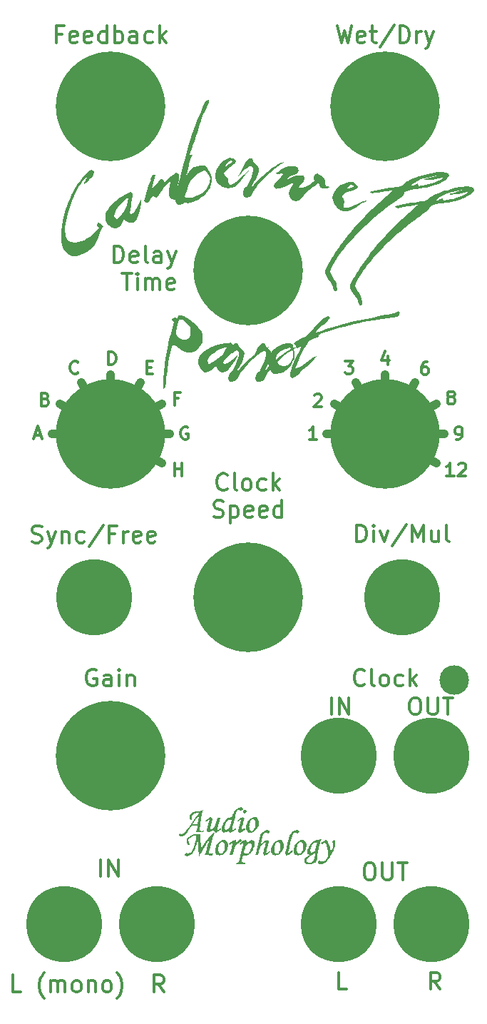
<source format=gbr>
%TF.GenerationSoftware,KiCad,Pcbnew,8.0.7*%
%TF.CreationDate,2025-01-04T16:17:22+00:00*%
%TF.ProjectId,panel,70616e65-6c2e-46b6-9963-61645f706362,rev?*%
%TF.SameCoordinates,Original*%
%TF.FileFunction,Copper,L1,Top*%
%TF.FilePolarity,Positive*%
%FSLAX46Y46*%
G04 Gerber Fmt 4.6, Leading zero omitted, Abs format (unit mm)*
G04 Created by KiCad (PCBNEW 8.0.7) date 2025-01-04 16:17:22*
%MOMM*%
%LPD*%
G01*
G04 APERTURE LIST*
%TA.AperFunction,NonConductor*%
%ADD10C,1.000000*%
%TD*%
%TA.AperFunction,NonConductor*%
%ADD11C,0.200000*%
%TD*%
%ADD12C,0.300000*%
%TA.AperFunction,NonConductor*%
%ADD13C,0.300000*%
%TD*%
%TA.AperFunction,WasherPad*%
%ADD14C,9.000000*%
%TD*%
%TA.AperFunction,WasherPad*%
%ADD15C,13.000000*%
%TD*%
%TA.AperFunction,WasherPad*%
%ADD16C,3.500000*%
%TD*%
G04 APERTURE END LIST*
D10*
X75600000Y-74800000D02*
X69537822Y-71300000D01*
X75600000Y-74800000D02*
X68600000Y-74800000D01*
X43000000Y-74800000D02*
X39500000Y-68737822D01*
X43000000Y-74800000D02*
X43000000Y-67800000D01*
X75600000Y-74800000D02*
X79100000Y-68737822D01*
X43000000Y-74800000D02*
X49062178Y-78300000D01*
X75600000Y-74800000D02*
X82600000Y-74800000D01*
X75600000Y-74800000D02*
X81662178Y-71300000D01*
X43000000Y-74800000D02*
X36000000Y-74800000D01*
X43000000Y-74800000D02*
X49062178Y-71300000D01*
X43000000Y-74800000D02*
X36937822Y-71300000D01*
X75600000Y-74800000D02*
X75600000Y-67800000D01*
D11*
X75600000Y-74800000D02*
X72600000Y-74600000D01*
D10*
X75600000Y-74800000D02*
X81662178Y-78300000D01*
X43000000Y-74800000D02*
X46500000Y-68737822D01*
X75600000Y-74800000D02*
X72100000Y-68737822D01*
X43000000Y-74800000D02*
X50000000Y-74800000D01*
D12*
D13*
X33666666Y-87644400D02*
X33952380Y-87739638D01*
X33952380Y-87739638D02*
X34428571Y-87739638D01*
X34428571Y-87739638D02*
X34619047Y-87644400D01*
X34619047Y-87644400D02*
X34714285Y-87549161D01*
X34714285Y-87549161D02*
X34809523Y-87358685D01*
X34809523Y-87358685D02*
X34809523Y-87168209D01*
X34809523Y-87168209D02*
X34714285Y-86977733D01*
X34714285Y-86977733D02*
X34619047Y-86882495D01*
X34619047Y-86882495D02*
X34428571Y-86787257D01*
X34428571Y-86787257D02*
X34047618Y-86692019D01*
X34047618Y-86692019D02*
X33857142Y-86596780D01*
X33857142Y-86596780D02*
X33761904Y-86501542D01*
X33761904Y-86501542D02*
X33666666Y-86311066D01*
X33666666Y-86311066D02*
X33666666Y-86120590D01*
X33666666Y-86120590D02*
X33761904Y-85930114D01*
X33761904Y-85930114D02*
X33857142Y-85834876D01*
X33857142Y-85834876D02*
X34047618Y-85739638D01*
X34047618Y-85739638D02*
X34523809Y-85739638D01*
X34523809Y-85739638D02*
X34809523Y-85834876D01*
X35476190Y-86406304D02*
X35952380Y-87739638D01*
X36428571Y-86406304D02*
X35952380Y-87739638D01*
X35952380Y-87739638D02*
X35761904Y-88215828D01*
X35761904Y-88215828D02*
X35666666Y-88311066D01*
X35666666Y-88311066D02*
X35476190Y-88406304D01*
X37190476Y-86406304D02*
X37190476Y-87739638D01*
X37190476Y-86596780D02*
X37285714Y-86501542D01*
X37285714Y-86501542D02*
X37476190Y-86406304D01*
X37476190Y-86406304D02*
X37761905Y-86406304D01*
X37761905Y-86406304D02*
X37952381Y-86501542D01*
X37952381Y-86501542D02*
X38047619Y-86692019D01*
X38047619Y-86692019D02*
X38047619Y-87739638D01*
X39857143Y-87644400D02*
X39666667Y-87739638D01*
X39666667Y-87739638D02*
X39285714Y-87739638D01*
X39285714Y-87739638D02*
X39095238Y-87644400D01*
X39095238Y-87644400D02*
X39000000Y-87549161D01*
X39000000Y-87549161D02*
X38904762Y-87358685D01*
X38904762Y-87358685D02*
X38904762Y-86787257D01*
X38904762Y-86787257D02*
X39000000Y-86596780D01*
X39000000Y-86596780D02*
X39095238Y-86501542D01*
X39095238Y-86501542D02*
X39285714Y-86406304D01*
X39285714Y-86406304D02*
X39666667Y-86406304D01*
X39666667Y-86406304D02*
X39857143Y-86501542D01*
X42142857Y-85644400D02*
X40428572Y-88215828D01*
X43476191Y-86692019D02*
X42809524Y-86692019D01*
X42809524Y-87739638D02*
X42809524Y-85739638D01*
X42809524Y-85739638D02*
X43761905Y-85739638D01*
X44523810Y-87739638D02*
X44523810Y-86406304D01*
X44523810Y-86787257D02*
X44619048Y-86596780D01*
X44619048Y-86596780D02*
X44714286Y-86501542D01*
X44714286Y-86501542D02*
X44904762Y-86406304D01*
X44904762Y-86406304D02*
X45095239Y-86406304D01*
X46523810Y-87644400D02*
X46333334Y-87739638D01*
X46333334Y-87739638D02*
X45952381Y-87739638D01*
X45952381Y-87739638D02*
X45761905Y-87644400D01*
X45761905Y-87644400D02*
X45666667Y-87453923D01*
X45666667Y-87453923D02*
X45666667Y-86692019D01*
X45666667Y-86692019D02*
X45761905Y-86501542D01*
X45761905Y-86501542D02*
X45952381Y-86406304D01*
X45952381Y-86406304D02*
X46333334Y-86406304D01*
X46333334Y-86406304D02*
X46523810Y-86501542D01*
X46523810Y-86501542D02*
X46619048Y-86692019D01*
X46619048Y-86692019D02*
X46619048Y-86882495D01*
X46619048Y-86882495D02*
X45666667Y-87072971D01*
X48238096Y-87644400D02*
X48047620Y-87739638D01*
X48047620Y-87739638D02*
X47666667Y-87739638D01*
X47666667Y-87739638D02*
X47476191Y-87644400D01*
X47476191Y-87644400D02*
X47380953Y-87453923D01*
X47380953Y-87453923D02*
X47380953Y-86692019D01*
X47380953Y-86692019D02*
X47476191Y-86501542D01*
X47476191Y-86501542D02*
X47666667Y-86406304D01*
X47666667Y-86406304D02*
X48047620Y-86406304D01*
X48047620Y-86406304D02*
X48238096Y-86501542D01*
X48238096Y-86501542D02*
X48333334Y-86692019D01*
X48333334Y-86692019D02*
X48333334Y-86882495D01*
X48333334Y-86882495D02*
X47380953Y-87072971D01*
D12*
D13*
X52140225Y-74072257D02*
X51997368Y-74000828D01*
X51997368Y-74000828D02*
X51783082Y-74000828D01*
X51783082Y-74000828D02*
X51568796Y-74072257D01*
X51568796Y-74072257D02*
X51425939Y-74215114D01*
X51425939Y-74215114D02*
X51354510Y-74357971D01*
X51354510Y-74357971D02*
X51283082Y-74643685D01*
X51283082Y-74643685D02*
X51283082Y-74857971D01*
X51283082Y-74857971D02*
X51354510Y-75143685D01*
X51354510Y-75143685D02*
X51425939Y-75286542D01*
X51425939Y-75286542D02*
X51568796Y-75429400D01*
X51568796Y-75429400D02*
X51783082Y-75500828D01*
X51783082Y-75500828D02*
X51925939Y-75500828D01*
X51925939Y-75500828D02*
X52140225Y-75429400D01*
X52140225Y-75429400D02*
X52211653Y-75357971D01*
X52211653Y-75357971D02*
X52211653Y-74857971D01*
X52211653Y-74857971D02*
X51925939Y-74857971D01*
D12*
D13*
G36*
X48266845Y-44095736D02*
G01*
X47924487Y-44093620D01*
X47839764Y-44233541D01*
X47752311Y-44575761D01*
X47759880Y-44646924D01*
X47627937Y-45004193D01*
X47496157Y-45344931D01*
X47371965Y-45706751D01*
X47283844Y-46065859D01*
X47241172Y-46313006D01*
X47132062Y-46649560D01*
X47015203Y-46975396D01*
X46939271Y-47209971D01*
X47218443Y-47413834D01*
X47359182Y-47356411D01*
X47637470Y-47099684D01*
X47837148Y-46818017D01*
X48027581Y-46528890D01*
X48119052Y-46408207D01*
X48054155Y-46591521D01*
X48348374Y-46779770D01*
X48471088Y-46780152D01*
X48687858Y-46497122D01*
X48897306Y-46186454D01*
X49108105Y-45869688D01*
X49328928Y-45568367D01*
X49568449Y-45304030D01*
X49653944Y-45227860D01*
X49872366Y-44934561D01*
X50129737Y-44688981D01*
X50193790Y-44676083D01*
X50116434Y-45054697D01*
X50024996Y-45422764D01*
X49939372Y-45802953D01*
X49889627Y-46170658D01*
X49944697Y-46530674D01*
X50097829Y-46853982D01*
X50211897Y-46934996D01*
X50573218Y-47035056D01*
X50922742Y-47059645D01*
X51237481Y-46918679D01*
X51264998Y-46891664D01*
X51441889Y-46557703D01*
X51581842Y-46244652D01*
X51727449Y-45898447D01*
X51886916Y-45564331D01*
X52060813Y-45280885D01*
X52399368Y-45025012D01*
X52040260Y-45034446D01*
X51799754Y-45198447D01*
X51280918Y-45652772D01*
X50940223Y-45726413D01*
X50923769Y-45724427D01*
X50944742Y-45367788D01*
X51011345Y-45012247D01*
X51078557Y-44647969D01*
X51101357Y-44265121D01*
X51077120Y-44034227D01*
X50785955Y-43840204D01*
X50671876Y-43833119D01*
X50404062Y-44057089D01*
X50139061Y-44278319D01*
X49834776Y-44532175D01*
X49537254Y-44780572D01*
X49288816Y-44988429D01*
X49303103Y-44803622D01*
X49029233Y-44584838D01*
X48877552Y-44625191D01*
X48642979Y-44900950D01*
X48399520Y-45201174D01*
X48163284Y-45488644D01*
X47919478Y-45748967D01*
X47958855Y-45332310D01*
X48266845Y-44095736D01*
G37*
G36*
X54693376Y-35507860D02*
G01*
X54491507Y-35904381D01*
X54313089Y-36267852D01*
X54154613Y-36606503D01*
X54012569Y-36928567D01*
X53842674Y-37346412D01*
X53687434Y-37768914D01*
X53575618Y-38100587D01*
X53463857Y-38454087D01*
X53348642Y-38837647D01*
X53226464Y-39259499D01*
X53133346Y-39455069D01*
X53038968Y-39812908D01*
X52951361Y-40153948D01*
X52767940Y-40449701D01*
X52716950Y-40667796D01*
X52609087Y-41023150D01*
X52490385Y-41357345D01*
X52373524Y-41698421D01*
X52686749Y-41712255D01*
X52586129Y-41900349D01*
X52446090Y-42233873D01*
X52388318Y-42589512D01*
X52294708Y-42708446D01*
X52282401Y-42894640D01*
X52264397Y-42982115D01*
X52181302Y-43368077D01*
X52079958Y-43731989D01*
X51962717Y-44080839D01*
X51853045Y-44437330D01*
X52013941Y-44135705D01*
X52244981Y-43768884D01*
X52536413Y-43419079D01*
X52879597Y-43161695D01*
X53270736Y-43036000D01*
X53652016Y-43010414D01*
X54036887Y-42979366D01*
X54114774Y-43003371D01*
X54412164Y-43173026D01*
X54599466Y-43472169D01*
X54729064Y-43714113D01*
X54872043Y-44086718D01*
X54951184Y-44466743D01*
X54964080Y-44849454D01*
X54908327Y-45230117D01*
X54781520Y-45603997D01*
X54581251Y-45966360D01*
X54305117Y-46312473D01*
X53950712Y-46637600D01*
X53669770Y-46840355D01*
X53352258Y-47030277D01*
X52997465Y-47205962D01*
X52784768Y-47273768D01*
X52471132Y-47426450D01*
X52132790Y-47491481D01*
X51789453Y-47335636D01*
X51500753Y-47561359D01*
X51122865Y-47690925D01*
X50805918Y-47534738D01*
X50679431Y-47184147D01*
X50683107Y-47108322D01*
X50722617Y-46739542D01*
X50732630Y-46676420D01*
X51766964Y-46676420D01*
X51949604Y-46776584D01*
X52296113Y-46819293D01*
X52724053Y-46762002D01*
X53074643Y-46655917D01*
X53432090Y-46497688D01*
X53779699Y-46289071D01*
X54100778Y-46031828D01*
X54378635Y-45727715D01*
X54596577Y-45378493D01*
X54737912Y-44985920D01*
X54767903Y-44897950D01*
X54780664Y-44523175D01*
X54650038Y-44194324D01*
X54451391Y-43885804D01*
X54234883Y-43590274D01*
X54053638Y-43596191D01*
X53743614Y-43720116D01*
X53345271Y-43931825D01*
X53018103Y-44171435D01*
X52752142Y-44435477D01*
X52537420Y-44720481D01*
X52363971Y-45022978D01*
X52221827Y-45339498D01*
X52101021Y-45666572D01*
X51991587Y-46000730D01*
X51883557Y-46338502D01*
X51766964Y-46676420D01*
X50732630Y-46676420D01*
X50776366Y-46400714D01*
X50848716Y-46015508D01*
X50937804Y-45590202D01*
X51041767Y-45131071D01*
X51158742Y-44644392D01*
X51243035Y-44307734D01*
X51331730Y-43963482D01*
X51424277Y-43613495D01*
X51520123Y-43259633D01*
X51618716Y-42903756D01*
X51719505Y-42547723D01*
X51746929Y-42410510D01*
X51827012Y-42068779D01*
X51919233Y-41728555D01*
X52018192Y-41389401D01*
X52118485Y-41050877D01*
X52214712Y-40712546D01*
X52301471Y-40373969D01*
X52362016Y-40185667D01*
X52521220Y-39688842D01*
X52655221Y-39273123D01*
X52774876Y-38911492D01*
X52891041Y-38576928D01*
X53014573Y-38242412D01*
X53156328Y-37880926D01*
X53327164Y-37465450D01*
X53462572Y-37145129D01*
X53618946Y-36780798D01*
X53799503Y-36364451D01*
X54007460Y-35888083D01*
X54246034Y-35343688D01*
X54300786Y-35261551D01*
X54643996Y-35217962D01*
X54693376Y-35507860D01*
G37*
D12*
D13*
G36*
X40678606Y-43479144D02*
G01*
X40354030Y-43632758D01*
X40175518Y-43891500D01*
X39778915Y-44288446D01*
X39393758Y-44756917D01*
X39024215Y-45286697D01*
X38674454Y-45867570D01*
X38508294Y-46173973D01*
X38348643Y-46489318D01*
X38196022Y-46812329D01*
X38050950Y-47141727D01*
X37913951Y-47476237D01*
X37785543Y-47814581D01*
X37666250Y-48155481D01*
X37556590Y-48497662D01*
X37457086Y-48839846D01*
X37368258Y-49180755D01*
X37290628Y-49519114D01*
X37171044Y-50183070D01*
X37102501Y-50821498D01*
X37089167Y-51424181D01*
X37135210Y-51980904D01*
X37244798Y-52481450D01*
X37422099Y-52915604D01*
X37537444Y-53104591D01*
X37768683Y-53376577D01*
X38069467Y-53584841D01*
X38409415Y-53714042D01*
X38758150Y-53748843D01*
X38949680Y-53720442D01*
X39435556Y-53565867D01*
X39850904Y-53396684D01*
X40202574Y-53214170D01*
X40497417Y-53019603D01*
X40848118Y-52707948D01*
X41109494Y-52376361D01*
X41304667Y-52029154D01*
X41456758Y-51670640D01*
X41588889Y-51305130D01*
X41724181Y-50936938D01*
X41885756Y-50570376D01*
X42096735Y-50209755D01*
X41878267Y-49935517D01*
X41568432Y-49786555D01*
X41426438Y-49767801D01*
X41353934Y-50083478D01*
X41597123Y-50327131D01*
X41608609Y-50338294D01*
X41348795Y-50617237D01*
X41078383Y-50897743D01*
X40795796Y-51170322D01*
X40499459Y-51425481D01*
X40187799Y-51653727D01*
X39859240Y-51845569D01*
X39512206Y-51991514D01*
X39145124Y-52082071D01*
X38756418Y-52107747D01*
X38344513Y-52059050D01*
X38056244Y-51980579D01*
X37830051Y-51719661D01*
X37673350Y-51407397D01*
X37593238Y-51108388D01*
X37577468Y-50708669D01*
X37590135Y-50314392D01*
X37628417Y-49924721D01*
X37689493Y-49538823D01*
X37770539Y-49155862D01*
X37868733Y-48775004D01*
X37981253Y-48395414D01*
X38105277Y-48016258D01*
X38237982Y-47636701D01*
X38376545Y-47255907D01*
X38470781Y-47000947D01*
X38608769Y-46671765D01*
X38757398Y-46345940D01*
X38917487Y-46024006D01*
X39089856Y-45706497D01*
X39275324Y-45393948D01*
X39474710Y-45086894D01*
X39558545Y-44965731D01*
X39761240Y-44671579D01*
X40005592Y-44401211D01*
X40022874Y-44381900D01*
X40160622Y-44395444D01*
X40013609Y-44718849D01*
X40009833Y-44735977D01*
X39797788Y-45017328D01*
X39798447Y-45154967D01*
X40127287Y-44992231D01*
X40389451Y-44727498D01*
X40539565Y-44526795D01*
X40773242Y-44408994D01*
X40901501Y-44067816D01*
X40996466Y-43735925D01*
X40906063Y-43569201D01*
X40678606Y-43479144D01*
G37*
G36*
X45622817Y-46278088D02*
G01*
X45603464Y-46620769D01*
X45533945Y-47056627D01*
X45464717Y-47412265D01*
X45393180Y-47767292D01*
X45313398Y-48200436D01*
X45275756Y-48601469D01*
X45462918Y-48741468D01*
X45779763Y-48586591D01*
X45965108Y-48275969D01*
X46141580Y-47949330D01*
X46311922Y-47638319D01*
X46480135Y-47305849D01*
X46630652Y-46960270D01*
X46619437Y-47105376D01*
X46570211Y-47533843D01*
X46500737Y-47946088D01*
X46415034Y-48334469D01*
X46317120Y-48691346D01*
X46174519Y-49104963D01*
X45990300Y-49496519D01*
X45672667Y-49726964D01*
X45496231Y-49788566D01*
X45148057Y-49761020D01*
X44841338Y-49567409D01*
X44599091Y-49351735D01*
X44370545Y-49664107D01*
X44206330Y-49996643D01*
X43952385Y-50278393D01*
X43606731Y-50464348D01*
X43493688Y-50450912D01*
X43096638Y-50331633D01*
X42786180Y-50124309D01*
X42560175Y-49851359D01*
X42416486Y-49535203D01*
X42349373Y-49113404D01*
X42360003Y-49032580D01*
X43432284Y-49032580D01*
X43671987Y-49348941D01*
X43777183Y-49438013D01*
X43855348Y-49268339D01*
X44086467Y-48971068D01*
X44325345Y-48711665D01*
X44575235Y-48384990D01*
X44763507Y-48039520D01*
X44888138Y-47713494D01*
X44991574Y-47317359D01*
X45067526Y-46839640D01*
X44867001Y-46920169D01*
X44572956Y-47105832D01*
X44294675Y-47353053D01*
X44040792Y-47643517D01*
X43819942Y-47958907D01*
X43640756Y-48280906D01*
X43481577Y-48688859D01*
X43432284Y-49032580D01*
X42360003Y-49032580D01*
X42403360Y-48702914D01*
X42574272Y-48347520D01*
X42702946Y-48138861D01*
X42909182Y-47848856D01*
X43207560Y-47501652D01*
X43530869Y-47194758D01*
X43877144Y-46922943D01*
X44244415Y-46680974D01*
X44630713Y-46463619D01*
X45034071Y-46265646D01*
X45346601Y-46126738D01*
X45622817Y-46278088D01*
G37*
D12*
D13*
X71025939Y-140739638D02*
X70073558Y-140739638D01*
X70073558Y-140739638D02*
X70073558Y-138739638D01*
D12*
D13*
G36*
X53451256Y-124994431D02*
G01*
X53303977Y-122656294D01*
X53291763Y-122829144D01*
X53273895Y-122998272D01*
X53250375Y-123163680D01*
X53221202Y-123325367D01*
X53186376Y-123483333D01*
X53145897Y-123637578D01*
X53128122Y-123698234D01*
X53081783Y-123843835D01*
X53023531Y-124004577D01*
X52962394Y-124150070D01*
X52887421Y-124300537D01*
X52808521Y-124430247D01*
X52796929Y-124447083D01*
X52703506Y-124570227D01*
X52596654Y-124685226D01*
X52475753Y-124783772D01*
X52414445Y-124821507D01*
X52279786Y-124883665D01*
X52133675Y-124922047D01*
X52024633Y-124930683D01*
X51876744Y-124900780D01*
X51834124Y-124872798D01*
X51766246Y-124741808D01*
X51765980Y-124731381D01*
X51817271Y-124608283D01*
X51946231Y-124555526D01*
X52094242Y-124579706D01*
X52228332Y-124602421D01*
X52374269Y-124561277D01*
X52417376Y-124535010D01*
X52532677Y-124435679D01*
X52628605Y-124317012D01*
X52714817Y-124182313D01*
X52724389Y-124165715D01*
X52799310Y-124017795D01*
X52861561Y-123866276D01*
X52912463Y-123719994D01*
X52961097Y-123558565D01*
X52999895Y-123412470D01*
X53035862Y-123262296D01*
X53067286Y-123114484D01*
X53094166Y-122969033D01*
X53120424Y-122797609D01*
X53140139Y-122629585D01*
X53151570Y-122492163D01*
X52993609Y-122500071D01*
X52846159Y-122523796D01*
X52687418Y-122571466D01*
X52542981Y-122640663D01*
X52430565Y-122717110D01*
X52322180Y-122819809D01*
X52237880Y-122953358D01*
X52206350Y-123109120D01*
X52256567Y-123255145D01*
X52312595Y-123334801D01*
X52377013Y-123468360D01*
X52377076Y-123471821D01*
X52336043Y-123575868D01*
X52238590Y-123617634D01*
X52103819Y-123551365D01*
X52077390Y-123517250D01*
X52010894Y-123378764D01*
X51988816Y-123227639D01*
X51988729Y-123216831D01*
X52004543Y-123067853D01*
X52051985Y-122923167D01*
X52131053Y-122782776D01*
X52150662Y-122755212D01*
X52251429Y-122639614D01*
X52371554Y-122540941D01*
X52511038Y-122459191D01*
X52596894Y-122421088D01*
X52745272Y-122370942D01*
X52905373Y-122334809D01*
X53055078Y-122314689D01*
X53213760Y-122305297D01*
X53260746Y-122304584D01*
X53415749Y-122304584D01*
X53571457Y-122304584D01*
X53608792Y-122304584D01*
X53602674Y-122453007D01*
X53601465Y-122489965D01*
X53608060Y-122572763D01*
X53723098Y-124062400D01*
X53809512Y-123914205D01*
X53896196Y-123770222D01*
X53983151Y-123630450D01*
X54070377Y-123494890D01*
X54157873Y-123363542D01*
X54245639Y-123236406D01*
X54333676Y-123113482D01*
X54421984Y-122994769D01*
X54540147Y-122843037D01*
X54658792Y-122698792D01*
X54764040Y-122581516D01*
X54867749Y-122475153D01*
X54990169Y-122361920D01*
X55110373Y-122264402D01*
X55247812Y-122170490D01*
X55305792Y-122136789D01*
X55254747Y-122279618D01*
X55203739Y-122431498D01*
X55152766Y-122592430D01*
X55101830Y-122762414D01*
X55061106Y-122904918D01*
X55020405Y-123053215D01*
X54979727Y-123207306D01*
X54727669Y-124178171D01*
X54692878Y-124324322D01*
X54672714Y-124414110D01*
X54628018Y-124609748D01*
X54775133Y-124641742D01*
X54886671Y-124649316D01*
X55035163Y-124649316D01*
X55140195Y-124649316D01*
X55103558Y-124836894D01*
X54954906Y-124836894D01*
X54921842Y-124836894D01*
X54767663Y-124825119D01*
X54674912Y-124811981D01*
X54526077Y-124793091D01*
X54447766Y-124790000D01*
X54298256Y-124790000D01*
X54170062Y-124790000D01*
X54224774Y-124643019D01*
X54279276Y-124480330D01*
X54325824Y-124328381D01*
X54372218Y-124164890D01*
X54410761Y-124019833D01*
X54418457Y-123989860D01*
X54577459Y-123380230D01*
X54621738Y-123218823D01*
X54671655Y-123064584D01*
X54733021Y-122917122D01*
X54775296Y-122843872D01*
X54689750Y-122965872D01*
X54594761Y-123103877D01*
X54498385Y-123245385D01*
X54407524Y-123379680D01*
X54307074Y-123528859D01*
X54285833Y-123560481D01*
X54198128Y-123694708D01*
X54107202Y-123839562D01*
X54013057Y-123995041D01*
X53935422Y-124127076D01*
X53855726Y-124265910D01*
X53773970Y-124411546D01*
X53690152Y-124563982D01*
X53668876Y-124603154D01*
X53451256Y-124994431D01*
G37*
G36*
X56579697Y-123031497D02*
G01*
X56708463Y-123101976D01*
X56782972Y-123175066D01*
X56863069Y-123304900D01*
X56907032Y-123448927D01*
X56923107Y-123599719D01*
X56923656Y-123635952D01*
X56912116Y-123806311D01*
X56877494Y-123970076D01*
X56819792Y-124127247D01*
X56739009Y-124277822D01*
X56654058Y-124398265D01*
X56595394Y-124468332D01*
X56491828Y-124574509D01*
X56364951Y-124678168D01*
X56235241Y-124755911D01*
X56080331Y-124813859D01*
X55921565Y-124836534D01*
X55898569Y-124836894D01*
X55750364Y-124819145D01*
X55612582Y-124759296D01*
X55525610Y-124686685D01*
X55439434Y-124558881D01*
X55395380Y-124415115D01*
X55384193Y-124278555D01*
X55392427Y-124128346D01*
X55775471Y-124128346D01*
X55784987Y-124283349D01*
X55817440Y-124427902D01*
X55872923Y-124545268D01*
X55985732Y-124639155D01*
X56050976Y-124649316D01*
X56195780Y-124603914D01*
X56303508Y-124502213D01*
X56346266Y-124442686D01*
X56424164Y-124295774D01*
X56474068Y-124153402D01*
X56506931Y-123998126D01*
X56522754Y-123829948D01*
X56524319Y-123753921D01*
X56518117Y-123595600D01*
X56493693Y-123441138D01*
X56445917Y-123321612D01*
X56340674Y-123216382D01*
X56254675Y-123195582D01*
X56113184Y-123242706D01*
X56003193Y-123345849D01*
X55933740Y-123441779D01*
X55864497Y-123576738D01*
X55815038Y-123736153D01*
X55787990Y-123895701D01*
X55776862Y-124047358D01*
X55775471Y-124128346D01*
X55392427Y-124128346D01*
X55393055Y-124116885D01*
X55419639Y-123959955D01*
X55463946Y-123807765D01*
X55525976Y-123660315D01*
X55605729Y-123517605D01*
X55636252Y-123471088D01*
X55739299Y-123337680D01*
X55850146Y-123226883D01*
X55968792Y-123138698D01*
X56121463Y-123062724D01*
X56285365Y-123019309D01*
X56430530Y-123008004D01*
X56579697Y-123031497D01*
G37*
G36*
X57487124Y-124790000D02*
G01*
X57131751Y-124790000D01*
X57283426Y-124206015D01*
X57321791Y-124054684D01*
X57358302Y-123906237D01*
X57392957Y-123760676D01*
X57431045Y-123594501D01*
X57466608Y-123432254D01*
X57484193Y-123323810D01*
X57462212Y-123289371D01*
X57379413Y-123334068D01*
X57272767Y-123435227D01*
X57168333Y-123547949D01*
X57134682Y-123585394D01*
X57043091Y-123451304D01*
X57148924Y-123344876D01*
X57266126Y-123243098D01*
X57394039Y-123152308D01*
X57457083Y-123115715D01*
X57595431Y-123050078D01*
X57740145Y-123009687D01*
X57769225Y-123008004D01*
X57843963Y-123030718D01*
X57873272Y-123090802D01*
X57846161Y-123235882D01*
X57734787Y-123592721D01*
X57821641Y-123451270D01*
X57915507Y-123319917D01*
X58016386Y-123198662D01*
X58124278Y-123087505D01*
X58189078Y-123028520D01*
X58311810Y-122942791D01*
X58414759Y-122914214D01*
X58534193Y-122962575D01*
X58582554Y-123074682D01*
X58536392Y-123186057D01*
X58400654Y-123260383D01*
X58325366Y-123287906D01*
X58183042Y-123348765D01*
X58083565Y-123411737D01*
X57972617Y-123516503D01*
X57877669Y-123632288D01*
X57792478Y-123754666D01*
X57720865Y-123887278D01*
X57673140Y-124033517D01*
X57632684Y-124185147D01*
X57595929Y-124334257D01*
X57584577Y-124381870D01*
X57487124Y-124790000D01*
G37*
G36*
X59931195Y-123058221D02*
G01*
X59983531Y-123114249D01*
X60044706Y-123255259D01*
X60061626Y-123401044D01*
X60061933Y-123426392D01*
X60054205Y-123582290D01*
X60031021Y-123735826D01*
X59992381Y-123887002D01*
X59938285Y-124035816D01*
X59868733Y-124182268D01*
X59783725Y-124326360D01*
X59745394Y-124383335D01*
X59644687Y-124513999D01*
X59540402Y-124622517D01*
X59410537Y-124723504D01*
X59275520Y-124792601D01*
X59111489Y-124832908D01*
X59039043Y-124836894D01*
X58892315Y-124823888D01*
X58758408Y-124784870D01*
X58589881Y-125447990D01*
X58574494Y-125548374D01*
X58620655Y-125642896D01*
X58760423Y-125690706D01*
X58920907Y-125719538D01*
X59011200Y-125731556D01*
X58972365Y-125868576D01*
X58807593Y-125868576D01*
X58646091Y-125868576D01*
X58496282Y-125868576D01*
X58433077Y-125868576D01*
X58281172Y-125868576D01*
X58130998Y-125868576D01*
X57977949Y-125868576D01*
X57894521Y-125868576D01*
X57934822Y-125730090D01*
X58081500Y-125695993D01*
X58164898Y-125642896D01*
X58237885Y-125513981D01*
X58272609Y-125393768D01*
X58480405Y-124515226D01*
X58818492Y-124515226D01*
X58939272Y-124602044D01*
X59085846Y-124647220D01*
X59126238Y-124649316D01*
X59279953Y-124605418D01*
X59396833Y-124504201D01*
X59482209Y-124384844D01*
X59540230Y-124277822D01*
X59602234Y-124139002D01*
X59658359Y-123978282D01*
X59697022Y-123818894D01*
X59718225Y-123660838D01*
X59722679Y-123548757D01*
X59687336Y-123403059D01*
X59676517Y-123389023D01*
X59552686Y-123336266D01*
X59408450Y-123383204D01*
X59344591Y-123427124D01*
X59225273Y-123527528D01*
X59119400Y-123636270D01*
X59056629Y-123717285D01*
X58988668Y-123857969D01*
X58943858Y-123999743D01*
X58924005Y-124076322D01*
X58818492Y-124515226D01*
X58480405Y-124515226D01*
X58645568Y-123816936D01*
X58680928Y-123668893D01*
X58716694Y-123513578D01*
X58747075Y-123363747D01*
X58749616Y-123339930D01*
X58721772Y-123310621D01*
X58583657Y-123383413D01*
X58468677Y-123480888D01*
X58375924Y-123568541D01*
X58263084Y-123454235D01*
X58364704Y-123344738D01*
X58476728Y-123240932D01*
X58598344Y-123149656D01*
X58658025Y-123113517D01*
X58793660Y-123049220D01*
X58944366Y-123010580D01*
X58989951Y-123008004D01*
X59087404Y-123040244D01*
X59124773Y-123131835D01*
X59110851Y-123258597D01*
X59071209Y-123408094D01*
X59053698Y-123467424D01*
X59170706Y-123352066D01*
X59282523Y-123248671D01*
X59398976Y-123154270D01*
X59422260Y-123138429D01*
X59555227Y-123064173D01*
X59703216Y-123016155D01*
X59789357Y-123008004D01*
X59931195Y-123058221D01*
G37*
G36*
X61851988Y-124260969D02*
G01*
X61928192Y-124394326D01*
X61826709Y-124501625D01*
X61712541Y-124607338D01*
X61585687Y-124706170D01*
X61522260Y-124748234D01*
X61384462Y-124817413D01*
X61284856Y-124836894D01*
X61151500Y-124774612D01*
X61102719Y-124631581D01*
X61100942Y-124587034D01*
X61117219Y-124435499D01*
X61135380Y-124343035D01*
X61173689Y-124190706D01*
X61213304Y-124049500D01*
X61256692Y-123901062D01*
X61299500Y-123758041D01*
X61328087Y-123663796D01*
X61367718Y-123515528D01*
X61397697Y-123371437D01*
X61350802Y-123336266D01*
X61205859Y-123378306D01*
X61146371Y-123411004D01*
X61019048Y-123497627D01*
X60903059Y-123600323D01*
X60832030Y-123677718D01*
X60763829Y-123810693D01*
X60715194Y-123962849D01*
X60694277Y-124052142D01*
X60525017Y-124790000D01*
X60168911Y-124790000D01*
X60213154Y-124627777D01*
X60252279Y-124480911D01*
X60290724Y-124331870D01*
X60325983Y-124188174D01*
X60329378Y-124173775D01*
X60631995Y-122855596D01*
X60671135Y-122700882D01*
X60722220Y-122543986D01*
X60780082Y-122408340D01*
X60853279Y-122281137D01*
X60947675Y-122162298D01*
X61058672Y-122059487D01*
X61186270Y-121972704D01*
X61213782Y-121957271D01*
X61352499Y-121893129D01*
X61503932Y-121850011D01*
X61654152Y-121835638D01*
X61795683Y-121878274D01*
X61810956Y-121891325D01*
X61869574Y-122029811D01*
X61811688Y-122157306D01*
X61670395Y-122210586D01*
X61658548Y-122210795D01*
X61526657Y-122196140D01*
X61378829Y-122171960D01*
X61285589Y-122163900D01*
X61150566Y-122229227D01*
X61147103Y-122233510D01*
X61083322Y-122376143D01*
X61041605Y-122527449D01*
X61029867Y-122577159D01*
X60818841Y-123502595D01*
X60932526Y-123390758D01*
X61047301Y-123293878D01*
X61174991Y-123199379D01*
X61297313Y-123118646D01*
X61428837Y-123047009D01*
X61575411Y-123008112D01*
X61582344Y-123008004D01*
X61721205Y-123059577D01*
X61724494Y-123062958D01*
X61776314Y-123200688D01*
X61776517Y-123212435D01*
X61759665Y-123357515D01*
X61722198Y-123502452D01*
X61678606Y-123652347D01*
X61633635Y-123800083D01*
X61587491Y-123953475D01*
X61543422Y-124102740D01*
X61502219Y-124247666D01*
X61476831Y-124346699D01*
X61454506Y-124496804D01*
X61453384Y-124533545D01*
X61458513Y-124557725D01*
X61475366Y-124563586D01*
X61599160Y-124484257D01*
X61644626Y-124443419D01*
X61754845Y-124346224D01*
X61851988Y-124260969D01*
G37*
G36*
X63209425Y-123031497D02*
G01*
X63338191Y-123101976D01*
X63412700Y-123175066D01*
X63492797Y-123304900D01*
X63536760Y-123448927D01*
X63552834Y-123599719D01*
X63553384Y-123635952D01*
X63541844Y-123806311D01*
X63507222Y-123970076D01*
X63449520Y-124127247D01*
X63368736Y-124277822D01*
X63283786Y-124398265D01*
X63225122Y-124468332D01*
X63121556Y-124574509D01*
X62994679Y-124678168D01*
X62864969Y-124755911D01*
X62710059Y-124813859D01*
X62551293Y-124836534D01*
X62528297Y-124836894D01*
X62380092Y-124819145D01*
X62242310Y-124759296D01*
X62155338Y-124686685D01*
X62069162Y-124558881D01*
X62025108Y-124415115D01*
X62013921Y-124278555D01*
X62022155Y-124128346D01*
X62405198Y-124128346D01*
X62414715Y-124283349D01*
X62447168Y-124427902D01*
X62502651Y-124545268D01*
X62615460Y-124639155D01*
X62680704Y-124649316D01*
X62825508Y-124603914D01*
X62933236Y-124502213D01*
X62975994Y-124442686D01*
X63053892Y-124295774D01*
X63103796Y-124153402D01*
X63136659Y-123998126D01*
X63152482Y-123829948D01*
X63154047Y-123753921D01*
X63147845Y-123595600D01*
X63123421Y-123441138D01*
X63075645Y-123321612D01*
X62970402Y-123216382D01*
X62884403Y-123195582D01*
X62742912Y-123242706D01*
X62632921Y-123345849D01*
X62563468Y-123441779D01*
X62494225Y-123576738D01*
X62444766Y-123736153D01*
X62417718Y-123895701D01*
X62406589Y-124047358D01*
X62405198Y-124128346D01*
X62022155Y-124128346D01*
X62022783Y-124116885D01*
X62049367Y-123959955D01*
X62093674Y-123807765D01*
X62155704Y-123660315D01*
X62235457Y-123517605D01*
X62265980Y-123471088D01*
X62369027Y-123337680D01*
X62479874Y-123226883D01*
X62598520Y-123138698D01*
X62751191Y-123062724D01*
X62915093Y-123019309D01*
X63060258Y-123008004D01*
X63209425Y-123031497D01*
G37*
G36*
X64576273Y-124167180D02*
G01*
X64674459Y-124298339D01*
X64572127Y-124413331D01*
X64462145Y-124520905D01*
X64344512Y-124621060D01*
X64275854Y-124673496D01*
X64143405Y-124759663D01*
X64003546Y-124820937D01*
X63902896Y-124836894D01*
X63779797Y-124781939D01*
X63732948Y-124639663D01*
X63732903Y-124633928D01*
X63748054Y-124478694D01*
X63778108Y-124313808D01*
X63811166Y-124161411D01*
X63845602Y-124015603D01*
X63861130Y-123952491D01*
X64083879Y-123048304D01*
X64121153Y-122902320D01*
X64163330Y-122747966D01*
X64209021Y-122596602D01*
X64262203Y-122447433D01*
X64289043Y-122386650D01*
X64371398Y-122248428D01*
X64470909Y-122128870D01*
X64587576Y-122027974D01*
X64659804Y-121979986D01*
X64796667Y-121910208D01*
X64937703Y-121863267D01*
X65082912Y-121839162D01*
X65165387Y-121835638D01*
X65309648Y-121879568D01*
X65320725Y-121889127D01*
X65378611Y-122019553D01*
X65322191Y-122157306D01*
X65180813Y-122210325D01*
X65161723Y-122210795D01*
X65016205Y-122191494D01*
X64981472Y-122183684D01*
X64834199Y-122164596D01*
X64802686Y-122163900D01*
X64689846Y-122193210D01*
X64612223Y-122319330D01*
X64587997Y-122388115D01*
X64544067Y-122544290D01*
X64505050Y-122696148D01*
X64464523Y-122860354D01*
X64431926Y-122995547D01*
X64228227Y-123858702D01*
X64192678Y-124003862D01*
X64154908Y-124159263D01*
X64119359Y-124307537D01*
X64086032Y-124451799D01*
X64076552Y-124501304D01*
X64100732Y-124540872D01*
X64219434Y-124486650D01*
X64337635Y-124396337D01*
X64449147Y-124296503D01*
X64552811Y-124192213D01*
X64576273Y-124167180D01*
G37*
G36*
X65894143Y-123031497D02*
G01*
X66022908Y-123101976D01*
X66097418Y-123175066D01*
X66177514Y-123304900D01*
X66221478Y-123448927D01*
X66237552Y-123599719D01*
X66238101Y-123635952D01*
X66226561Y-123806311D01*
X66191939Y-123970076D01*
X66134237Y-124127247D01*
X66053454Y-124277822D01*
X65968503Y-124398265D01*
X65909839Y-124468332D01*
X65806273Y-124574509D01*
X65679397Y-124678168D01*
X65549686Y-124755911D01*
X65394777Y-124813859D01*
X65236010Y-124836534D01*
X65213014Y-124836894D01*
X65064809Y-124819145D01*
X64927027Y-124759296D01*
X64840055Y-124686685D01*
X64753880Y-124558881D01*
X64709825Y-124415115D01*
X64698639Y-124278555D01*
X64706872Y-124128346D01*
X65089916Y-124128346D01*
X65099433Y-124283349D01*
X65131885Y-124427902D01*
X65187369Y-124545268D01*
X65300177Y-124639155D01*
X65365422Y-124649316D01*
X65510225Y-124603914D01*
X65617953Y-124502213D01*
X65660711Y-124442686D01*
X65738609Y-124295774D01*
X65788513Y-124153402D01*
X65821376Y-123998126D01*
X65837199Y-123829948D01*
X65838764Y-123753921D01*
X65832563Y-123595600D01*
X65808139Y-123441138D01*
X65760362Y-123321612D01*
X65655119Y-123216382D01*
X65569120Y-123195582D01*
X65427629Y-123242706D01*
X65317638Y-123345849D01*
X65248185Y-123441779D01*
X65178942Y-123576738D01*
X65129483Y-123736153D01*
X65102435Y-123895701D01*
X65091307Y-124047358D01*
X65089916Y-124128346D01*
X64706872Y-124128346D01*
X64707500Y-124116885D01*
X64734084Y-123959955D01*
X64778392Y-123807765D01*
X64840422Y-123660315D01*
X64920175Y-123517605D01*
X64950697Y-123471088D01*
X65053744Y-123337680D01*
X65164591Y-123226883D01*
X65283237Y-123138698D01*
X65435908Y-123062724D01*
X65599810Y-123019309D01*
X65744975Y-123008004D01*
X65894143Y-123031497D01*
G37*
G36*
X67940328Y-123063430D02*
G01*
X67892353Y-123226136D01*
X67846132Y-123386947D01*
X67801664Y-123545861D01*
X67758949Y-123702879D01*
X67717987Y-123858000D01*
X67702093Y-123919518D01*
X67665042Y-124070596D01*
X67629310Y-124229346D01*
X67600631Y-124373259D01*
X67576796Y-124517424D01*
X67561289Y-124670902D01*
X67556280Y-124817843D01*
X67550418Y-124965351D01*
X67535065Y-125113451D01*
X67503707Y-125268803D01*
X67488869Y-125318297D01*
X67426826Y-125461567D01*
X67340440Y-125588030D01*
X67229711Y-125697683D01*
X67157676Y-125751339D01*
X67014592Y-125830680D01*
X66875534Y-125879407D01*
X66725301Y-125907617D01*
X66584682Y-125915471D01*
X66432975Y-125904226D01*
X66286572Y-125865357D01*
X66152472Y-125790535D01*
X66131123Y-125773321D01*
X66029320Y-125660527D01*
X65972055Y-125524380D01*
X65964061Y-125445059D01*
X65966118Y-125432602D01*
X66248360Y-125432602D01*
X66294075Y-125577053D01*
X66345080Y-125636301D01*
X66475529Y-125712776D01*
X66581751Y-125727892D01*
X66730283Y-125706099D01*
X66842602Y-125659016D01*
X66968188Y-125568257D01*
X67063886Y-125458981D01*
X67140147Y-125328657D01*
X67190325Y-125182233D01*
X67195045Y-125161493D01*
X67219128Y-125007727D01*
X67230628Y-124848526D01*
X67233879Y-124715994D01*
X67243096Y-124564418D01*
X67250000Y-124474193D01*
X67134251Y-124570261D01*
X67009687Y-124665333D01*
X66891380Y-124752925D01*
X66751744Y-124854480D01*
X66630234Y-124942407D01*
X66512631Y-125032487D01*
X66399654Y-125128520D01*
X66324563Y-125209120D01*
X66259076Y-125345877D01*
X66248360Y-125432602D01*
X65966118Y-125432602D01*
X65989586Y-125290465D01*
X66058999Y-125155954D01*
X66097418Y-125106538D01*
X66210821Y-125004260D01*
X66344630Y-124915217D01*
X66480837Y-124837490D01*
X66499685Y-124827369D01*
X66581815Y-124783902D01*
X66560502Y-124790000D01*
X66424741Y-124728290D01*
X66408094Y-124709399D01*
X66348715Y-124568554D01*
X66343614Y-124499839D01*
X66351651Y-124351693D01*
X66359764Y-124302002D01*
X66693126Y-124302002D01*
X66735630Y-124442566D01*
X66741486Y-124450013D01*
X66846999Y-124508632D01*
X66989269Y-124462121D01*
X67038241Y-124432428D01*
X67156685Y-124333355D01*
X67230216Y-124238988D01*
X67296594Y-124103167D01*
X67350125Y-123949814D01*
X67384822Y-123830858D01*
X67528436Y-123302561D01*
X67382623Y-123289371D01*
X67228590Y-123308445D01*
X67085966Y-123371214D01*
X67060223Y-123389023D01*
X66949687Y-123502504D01*
X66873266Y-123629449D01*
X66829413Y-123727543D01*
X66776309Y-123871989D01*
X66731590Y-124024191D01*
X66701644Y-124178995D01*
X66693126Y-124302002D01*
X66359764Y-124302002D01*
X66375763Y-124204011D01*
X66415948Y-124056793D01*
X66472208Y-123910038D01*
X66544542Y-123763747D01*
X66572226Y-123715087D01*
X66661252Y-123575983D01*
X66756873Y-123450480D01*
X66859089Y-123338579D01*
X66967899Y-123240279D01*
X67103179Y-123142786D01*
X67123237Y-123130369D01*
X67258907Y-123065841D01*
X67414039Y-123025211D01*
X67570299Y-123009079D01*
X67625889Y-123008004D01*
X67751186Y-123012400D01*
X67770237Y-122954515D01*
X67990055Y-122898827D01*
X67940328Y-123063430D01*
G37*
G36*
X68069923Y-123486475D02*
G01*
X67976133Y-123353852D01*
X68148325Y-123235882D01*
X68275507Y-123149214D01*
X68402120Y-123069066D01*
X68464131Y-123035115D01*
X68569644Y-123008004D01*
X68670027Y-123067355D01*
X68758596Y-123195491D01*
X68829933Y-123324289D01*
X68895519Y-123468655D01*
X68955355Y-123628589D01*
X68979239Y-123701898D01*
X69021571Y-123850275D01*
X69055145Y-123997004D01*
X69079960Y-124142084D01*
X69097842Y-124309261D01*
X69103803Y-124474193D01*
X69103803Y-124520355D01*
X69173526Y-124384652D01*
X69247608Y-124222847D01*
X69307164Y-124069736D01*
X69352193Y-123925319D01*
X69387055Y-123763495D01*
X69401000Y-123614190D01*
X69401290Y-123590523D01*
X69380271Y-123439255D01*
X69366852Y-123385359D01*
X69335650Y-123238173D01*
X69329483Y-123171402D01*
X69374180Y-123054898D01*
X69487020Y-123008004D01*
X69620376Y-123072484D01*
X69669700Y-123215007D01*
X69670935Y-123249071D01*
X69661255Y-123412886D01*
X69636400Y-123576112D01*
X69602104Y-123732535D01*
X69563387Y-123876713D01*
X69548569Y-123926845D01*
X69497762Y-124080907D01*
X69437114Y-124239194D01*
X69379057Y-124374326D01*
X69314167Y-124512393D01*
X69242444Y-124653393D01*
X69163886Y-124797327D01*
X69082986Y-124936914D01*
X69004232Y-125064873D01*
X68912561Y-125203075D01*
X68823981Y-125324534D01*
X68724544Y-125445072D01*
X68683217Y-125489755D01*
X68575185Y-125595314D01*
X68455510Y-125694909D01*
X68324850Y-125781777D01*
X68260432Y-125815819D01*
X68121806Y-125872554D01*
X67976108Y-125907588D01*
X67870621Y-125915471D01*
X67722619Y-125892480D01*
X67649337Y-125850258D01*
X67574993Y-125720910D01*
X67573133Y-125692721D01*
X67630208Y-125554992D01*
X67633949Y-125551304D01*
X67769951Y-125494323D01*
X67794417Y-125493419D01*
X67946155Y-125508898D01*
X67990788Y-125516866D01*
X68135868Y-125538848D01*
X68163712Y-125540314D01*
X68309130Y-125504924D01*
X68415771Y-125439930D01*
X68535136Y-125337306D01*
X68636319Y-125221869D01*
X68712526Y-125105806D01*
X68775101Y-124972469D01*
X68813741Y-124826221D01*
X68822435Y-124715994D01*
X68817260Y-124567525D01*
X68801735Y-124404951D01*
X68779661Y-124251128D01*
X68749663Y-124086506D01*
X68739637Y-124037487D01*
X68700222Y-123873426D01*
X68654425Y-123727457D01*
X68594273Y-123582789D01*
X68516639Y-123448283D01*
X68507362Y-123435184D01*
X68391344Y-123339744D01*
X68363747Y-123336266D01*
X68224978Y-123383793D01*
X68094598Y-123468286D01*
X68069923Y-123486475D01*
G37*
D12*
D13*
X37190475Y-27392019D02*
X36523808Y-27392019D01*
X36523808Y-28439638D02*
X36523808Y-26439638D01*
X36523808Y-26439638D02*
X37476189Y-26439638D01*
X38999999Y-28344400D02*
X38809523Y-28439638D01*
X38809523Y-28439638D02*
X38428570Y-28439638D01*
X38428570Y-28439638D02*
X38238094Y-28344400D01*
X38238094Y-28344400D02*
X38142856Y-28153923D01*
X38142856Y-28153923D02*
X38142856Y-27392019D01*
X38142856Y-27392019D02*
X38238094Y-27201542D01*
X38238094Y-27201542D02*
X38428570Y-27106304D01*
X38428570Y-27106304D02*
X38809523Y-27106304D01*
X38809523Y-27106304D02*
X38999999Y-27201542D01*
X38999999Y-27201542D02*
X39095237Y-27392019D01*
X39095237Y-27392019D02*
X39095237Y-27582495D01*
X39095237Y-27582495D02*
X38142856Y-27772971D01*
X40714285Y-28344400D02*
X40523809Y-28439638D01*
X40523809Y-28439638D02*
X40142856Y-28439638D01*
X40142856Y-28439638D02*
X39952380Y-28344400D01*
X39952380Y-28344400D02*
X39857142Y-28153923D01*
X39857142Y-28153923D02*
X39857142Y-27392019D01*
X39857142Y-27392019D02*
X39952380Y-27201542D01*
X39952380Y-27201542D02*
X40142856Y-27106304D01*
X40142856Y-27106304D02*
X40523809Y-27106304D01*
X40523809Y-27106304D02*
X40714285Y-27201542D01*
X40714285Y-27201542D02*
X40809523Y-27392019D01*
X40809523Y-27392019D02*
X40809523Y-27582495D01*
X40809523Y-27582495D02*
X39857142Y-27772971D01*
X42523809Y-28439638D02*
X42523809Y-26439638D01*
X42523809Y-28344400D02*
X42333333Y-28439638D01*
X42333333Y-28439638D02*
X41952380Y-28439638D01*
X41952380Y-28439638D02*
X41761904Y-28344400D01*
X41761904Y-28344400D02*
X41666666Y-28249161D01*
X41666666Y-28249161D02*
X41571428Y-28058685D01*
X41571428Y-28058685D02*
X41571428Y-27487257D01*
X41571428Y-27487257D02*
X41666666Y-27296780D01*
X41666666Y-27296780D02*
X41761904Y-27201542D01*
X41761904Y-27201542D02*
X41952380Y-27106304D01*
X41952380Y-27106304D02*
X42333333Y-27106304D01*
X42333333Y-27106304D02*
X42523809Y-27201542D01*
X43476190Y-28439638D02*
X43476190Y-26439638D01*
X43476190Y-27201542D02*
X43666666Y-27106304D01*
X43666666Y-27106304D02*
X44047619Y-27106304D01*
X44047619Y-27106304D02*
X44238095Y-27201542D01*
X44238095Y-27201542D02*
X44333333Y-27296780D01*
X44333333Y-27296780D02*
X44428571Y-27487257D01*
X44428571Y-27487257D02*
X44428571Y-28058685D01*
X44428571Y-28058685D02*
X44333333Y-28249161D01*
X44333333Y-28249161D02*
X44238095Y-28344400D01*
X44238095Y-28344400D02*
X44047619Y-28439638D01*
X44047619Y-28439638D02*
X43666666Y-28439638D01*
X43666666Y-28439638D02*
X43476190Y-28344400D01*
X46142857Y-28439638D02*
X46142857Y-27392019D01*
X46142857Y-27392019D02*
X46047619Y-27201542D01*
X46047619Y-27201542D02*
X45857143Y-27106304D01*
X45857143Y-27106304D02*
X45476190Y-27106304D01*
X45476190Y-27106304D02*
X45285714Y-27201542D01*
X46142857Y-28344400D02*
X45952381Y-28439638D01*
X45952381Y-28439638D02*
X45476190Y-28439638D01*
X45476190Y-28439638D02*
X45285714Y-28344400D01*
X45285714Y-28344400D02*
X45190476Y-28153923D01*
X45190476Y-28153923D02*
X45190476Y-27963447D01*
X45190476Y-27963447D02*
X45285714Y-27772971D01*
X45285714Y-27772971D02*
X45476190Y-27677733D01*
X45476190Y-27677733D02*
X45952381Y-27677733D01*
X45952381Y-27677733D02*
X46142857Y-27582495D01*
X47952381Y-28344400D02*
X47761905Y-28439638D01*
X47761905Y-28439638D02*
X47380952Y-28439638D01*
X47380952Y-28439638D02*
X47190476Y-28344400D01*
X47190476Y-28344400D02*
X47095238Y-28249161D01*
X47095238Y-28249161D02*
X47000000Y-28058685D01*
X47000000Y-28058685D02*
X47000000Y-27487257D01*
X47000000Y-27487257D02*
X47095238Y-27296780D01*
X47095238Y-27296780D02*
X47190476Y-27201542D01*
X47190476Y-27201542D02*
X47380952Y-27106304D01*
X47380952Y-27106304D02*
X47761905Y-27106304D01*
X47761905Y-27106304D02*
X47952381Y-27201542D01*
X48809524Y-28439638D02*
X48809524Y-26439638D01*
X49000000Y-27677733D02*
X49571429Y-28439638D01*
X49571429Y-27106304D02*
X48809524Y-27868209D01*
D12*
D13*
X72219047Y-87639638D02*
X72219047Y-85639638D01*
X72219047Y-85639638D02*
X72695237Y-85639638D01*
X72695237Y-85639638D02*
X72980952Y-85734876D01*
X72980952Y-85734876D02*
X73171428Y-85925352D01*
X73171428Y-85925352D02*
X73266666Y-86115828D01*
X73266666Y-86115828D02*
X73361904Y-86496780D01*
X73361904Y-86496780D02*
X73361904Y-86782495D01*
X73361904Y-86782495D02*
X73266666Y-87163447D01*
X73266666Y-87163447D02*
X73171428Y-87353923D01*
X73171428Y-87353923D02*
X72980952Y-87544400D01*
X72980952Y-87544400D02*
X72695237Y-87639638D01*
X72695237Y-87639638D02*
X72219047Y-87639638D01*
X74219047Y-87639638D02*
X74219047Y-86306304D01*
X74219047Y-85639638D02*
X74123809Y-85734876D01*
X74123809Y-85734876D02*
X74219047Y-85830114D01*
X74219047Y-85830114D02*
X74314285Y-85734876D01*
X74314285Y-85734876D02*
X74219047Y-85639638D01*
X74219047Y-85639638D02*
X74219047Y-85830114D01*
X74980952Y-86306304D02*
X75457142Y-87639638D01*
X75457142Y-87639638D02*
X75933333Y-86306304D01*
X78123809Y-85544400D02*
X76409524Y-88115828D01*
X78790476Y-87639638D02*
X78790476Y-85639638D01*
X78790476Y-85639638D02*
X79457143Y-87068209D01*
X79457143Y-87068209D02*
X80123809Y-85639638D01*
X80123809Y-85639638D02*
X80123809Y-87639638D01*
X81933333Y-86306304D02*
X81933333Y-87639638D01*
X81076190Y-86306304D02*
X81076190Y-87353923D01*
X81076190Y-87353923D02*
X81171428Y-87544400D01*
X81171428Y-87544400D02*
X81361904Y-87639638D01*
X81361904Y-87639638D02*
X81647619Y-87639638D01*
X81647619Y-87639638D02*
X81838095Y-87544400D01*
X81838095Y-87544400D02*
X81933333Y-87449161D01*
X83171428Y-87639638D02*
X82980952Y-87544400D01*
X82980952Y-87544400D02*
X82885714Y-87353923D01*
X82885714Y-87353923D02*
X82885714Y-85639638D01*
D12*
D13*
X41238095Y-102834876D02*
X41047619Y-102739638D01*
X41047619Y-102739638D02*
X40761905Y-102739638D01*
X40761905Y-102739638D02*
X40476190Y-102834876D01*
X40476190Y-102834876D02*
X40285714Y-103025352D01*
X40285714Y-103025352D02*
X40190476Y-103215828D01*
X40190476Y-103215828D02*
X40095238Y-103596780D01*
X40095238Y-103596780D02*
X40095238Y-103882495D01*
X40095238Y-103882495D02*
X40190476Y-104263447D01*
X40190476Y-104263447D02*
X40285714Y-104453923D01*
X40285714Y-104453923D02*
X40476190Y-104644400D01*
X40476190Y-104644400D02*
X40761905Y-104739638D01*
X40761905Y-104739638D02*
X40952381Y-104739638D01*
X40952381Y-104739638D02*
X41238095Y-104644400D01*
X41238095Y-104644400D02*
X41333333Y-104549161D01*
X41333333Y-104549161D02*
X41333333Y-103882495D01*
X41333333Y-103882495D02*
X40952381Y-103882495D01*
X43047619Y-104739638D02*
X43047619Y-103692019D01*
X43047619Y-103692019D02*
X42952381Y-103501542D01*
X42952381Y-103501542D02*
X42761905Y-103406304D01*
X42761905Y-103406304D02*
X42380952Y-103406304D01*
X42380952Y-103406304D02*
X42190476Y-103501542D01*
X43047619Y-104644400D02*
X42857143Y-104739638D01*
X42857143Y-104739638D02*
X42380952Y-104739638D01*
X42380952Y-104739638D02*
X42190476Y-104644400D01*
X42190476Y-104644400D02*
X42095238Y-104453923D01*
X42095238Y-104453923D02*
X42095238Y-104263447D01*
X42095238Y-104263447D02*
X42190476Y-104072971D01*
X42190476Y-104072971D02*
X42380952Y-103977733D01*
X42380952Y-103977733D02*
X42857143Y-103977733D01*
X42857143Y-103977733D02*
X43047619Y-103882495D01*
X44000000Y-104739638D02*
X44000000Y-103406304D01*
X44000000Y-102739638D02*
X43904762Y-102834876D01*
X43904762Y-102834876D02*
X44000000Y-102930114D01*
X44000000Y-102930114D02*
X44095238Y-102834876D01*
X44095238Y-102834876D02*
X44000000Y-102739638D01*
X44000000Y-102739638D02*
X44000000Y-102930114D01*
X44952381Y-103406304D02*
X44952381Y-104739638D01*
X44952381Y-103596780D02*
X45047619Y-103501542D01*
X45047619Y-103501542D02*
X45238095Y-103406304D01*
X45238095Y-103406304D02*
X45523810Y-103406304D01*
X45523810Y-103406304D02*
X45714286Y-103501542D01*
X45714286Y-103501542D02*
X45809524Y-103692019D01*
X45809524Y-103692019D02*
X45809524Y-104739638D01*
D12*
D13*
X42754510Y-66600828D02*
X42754510Y-65100828D01*
X42754510Y-65100828D02*
X43111653Y-65100828D01*
X43111653Y-65100828D02*
X43325939Y-65172257D01*
X43325939Y-65172257D02*
X43468796Y-65315114D01*
X43468796Y-65315114D02*
X43540225Y-65457971D01*
X43540225Y-65457971D02*
X43611653Y-65743685D01*
X43611653Y-65743685D02*
X43611653Y-65957971D01*
X43611653Y-65957971D02*
X43540225Y-66243685D01*
X43540225Y-66243685D02*
X43468796Y-66386542D01*
X43468796Y-66386542D02*
X43325939Y-66529400D01*
X43325939Y-66529400D02*
X43111653Y-66600828D01*
X43111653Y-66600828D02*
X42754510Y-66600828D01*
D12*
D13*
X50554510Y-79800828D02*
X50554510Y-78300828D01*
X50554510Y-79015114D02*
X51411653Y-79015114D01*
X51411653Y-79800828D02*
X51411653Y-78300828D01*
D12*
D13*
X73554510Y-125739638D02*
X73935463Y-125739638D01*
X73935463Y-125739638D02*
X74125939Y-125834876D01*
X74125939Y-125834876D02*
X74316415Y-126025352D01*
X74316415Y-126025352D02*
X74411653Y-126406304D01*
X74411653Y-126406304D02*
X74411653Y-127072971D01*
X74411653Y-127072971D02*
X74316415Y-127453923D01*
X74316415Y-127453923D02*
X74125939Y-127644400D01*
X74125939Y-127644400D02*
X73935463Y-127739638D01*
X73935463Y-127739638D02*
X73554510Y-127739638D01*
X73554510Y-127739638D02*
X73364034Y-127644400D01*
X73364034Y-127644400D02*
X73173558Y-127453923D01*
X73173558Y-127453923D02*
X73078320Y-127072971D01*
X73078320Y-127072971D02*
X73078320Y-126406304D01*
X73078320Y-126406304D02*
X73173558Y-126025352D01*
X73173558Y-126025352D02*
X73364034Y-125834876D01*
X73364034Y-125834876D02*
X73554510Y-125739638D01*
X75268796Y-125739638D02*
X75268796Y-127358685D01*
X75268796Y-127358685D02*
X75364034Y-127549161D01*
X75364034Y-127549161D02*
X75459272Y-127644400D01*
X75459272Y-127644400D02*
X75649748Y-127739638D01*
X75649748Y-127739638D02*
X76030701Y-127739638D01*
X76030701Y-127739638D02*
X76221177Y-127644400D01*
X76221177Y-127644400D02*
X76316415Y-127549161D01*
X76316415Y-127549161D02*
X76411653Y-127358685D01*
X76411653Y-127358685D02*
X76411653Y-125739638D01*
X77078320Y-125739638D02*
X78221177Y-125739638D01*
X77649748Y-127739638D02*
X77649748Y-125739638D01*
D12*
D13*
X67440225Y-75500828D02*
X66583082Y-75500828D01*
X67011653Y-75500828D02*
X67011653Y-74000828D01*
X67011653Y-74000828D02*
X66868796Y-74215114D01*
X66868796Y-74215114D02*
X66725939Y-74357971D01*
X66725939Y-74357971D02*
X66583082Y-74429400D01*
D12*
D13*
G36*
X57519696Y-42118894D02*
G01*
X57849057Y-42405255D01*
X57753101Y-42706991D01*
X57470595Y-42940230D01*
X57188271Y-43143986D01*
X56901379Y-43357855D01*
X56600315Y-43632178D01*
X56431716Y-43959372D01*
X56529924Y-44098446D01*
X56746301Y-44364571D01*
X56944745Y-44580018D01*
X56966329Y-44940127D01*
X57149790Y-45258744D01*
X57272728Y-45252957D01*
X57603021Y-45115956D01*
X57884890Y-44909208D01*
X58176160Y-44646450D01*
X58471042Y-44355693D01*
X58763745Y-44064946D01*
X59048479Y-43802219D01*
X59384368Y-43555883D01*
X59232012Y-43749492D01*
X58961540Y-44106306D01*
X58728475Y-44423600D01*
X58474668Y-44766504D01*
X58244512Y-45051954D01*
X57972327Y-45322017D01*
X57672958Y-45516909D01*
X57298244Y-45648384D01*
X56933027Y-45682439D01*
X56586174Y-45631016D01*
X56266553Y-45506060D01*
X55898076Y-45245708D01*
X55614790Y-44904172D01*
X55437713Y-44509762D01*
X55387861Y-44090789D01*
X55486252Y-43675562D01*
X55494023Y-43574855D01*
X55663314Y-43213716D01*
X55724450Y-43131878D01*
X56599267Y-43131878D01*
X56885825Y-42935389D01*
X57191774Y-42732024D01*
X57445568Y-42471934D01*
X57355409Y-42386048D01*
X57009614Y-42450084D01*
X56789698Y-42713308D01*
X56624912Y-43053231D01*
X56599267Y-43131878D01*
X55724450Y-43131878D01*
X55922002Y-42867432D01*
X56168262Y-42609332D01*
X56445260Y-42377672D01*
X56740360Y-42195002D01*
X57140146Y-42066628D01*
X57519696Y-42118894D01*
G37*
G36*
X60447801Y-42984843D02*
G01*
X60139662Y-42775770D01*
X59906259Y-42487605D01*
X59781018Y-42171026D01*
X59418354Y-42159501D01*
X59166817Y-42407075D01*
X58936427Y-42675388D01*
X58799988Y-43023597D01*
X58659187Y-43346061D01*
X58461204Y-43675857D01*
X58257932Y-43967821D01*
X58028626Y-44285751D01*
X57960188Y-44379959D01*
X58261852Y-44143308D01*
X58523417Y-43868722D01*
X58749144Y-43609147D01*
X59001727Y-43377912D01*
X59160397Y-43359268D01*
X59395935Y-43071611D01*
X59745999Y-43058545D01*
X59940020Y-43244718D01*
X59929415Y-43591787D01*
X59836479Y-43965094D01*
X59710532Y-44332946D01*
X59581719Y-44655477D01*
X59430812Y-44996261D01*
X59260436Y-45348966D01*
X59215108Y-45438263D01*
X58917009Y-45631716D01*
X58756267Y-46003532D01*
X58679274Y-46378314D01*
X58805406Y-46713211D01*
X59167891Y-46764065D01*
X59637404Y-46616246D01*
X59813153Y-46263902D01*
X60032883Y-45894433D01*
X60295495Y-45512082D01*
X60599891Y-45121094D01*
X60825492Y-44857730D01*
X61068850Y-44593671D01*
X61329638Y-44330173D01*
X61607532Y-44068493D01*
X61902206Y-43809888D01*
X62213334Y-43555616D01*
X62540590Y-43306934D01*
X62883650Y-43065099D01*
X63242186Y-42831369D01*
X63615875Y-42607000D01*
X63243329Y-42652870D01*
X62896759Y-42822582D01*
X62488002Y-43073213D01*
X62193107Y-43274861D01*
X61888812Y-43496883D01*
X61582412Y-43733043D01*
X61281202Y-43977104D01*
X60992478Y-44222831D01*
X60723536Y-44463987D01*
X60373171Y-44803509D01*
X60108351Y-45097670D01*
X59953698Y-45325423D01*
X59648220Y-45610219D01*
X59798954Y-45302586D01*
X60019718Y-44968306D01*
X60245933Y-44577429D01*
X60439725Y-44156799D01*
X60563217Y-43733261D01*
X60578535Y-43333661D01*
X60447801Y-42984843D01*
G37*
D12*
D13*
X39111653Y-67557971D02*
X39040225Y-67629400D01*
X39040225Y-67629400D02*
X38825939Y-67700828D01*
X38825939Y-67700828D02*
X38683082Y-67700828D01*
X38683082Y-67700828D02*
X38468796Y-67629400D01*
X38468796Y-67629400D02*
X38325939Y-67486542D01*
X38325939Y-67486542D02*
X38254510Y-67343685D01*
X38254510Y-67343685D02*
X38183082Y-67057971D01*
X38183082Y-67057971D02*
X38183082Y-66843685D01*
X38183082Y-66843685D02*
X38254510Y-66557971D01*
X38254510Y-66557971D02*
X38325939Y-66415114D01*
X38325939Y-66415114D02*
X38468796Y-66272257D01*
X38468796Y-66272257D02*
X38683082Y-66200828D01*
X38683082Y-66200828D02*
X38825939Y-66200828D01*
X38825939Y-66200828D02*
X39040225Y-66272257D01*
X39040225Y-66272257D02*
X39111653Y-66343685D01*
D12*
D13*
X32325939Y-141039638D02*
X31373558Y-141039638D01*
X31373558Y-141039638D02*
X31373558Y-139039638D01*
X35087845Y-141801542D02*
X34992606Y-141706304D01*
X34992606Y-141706304D02*
X34802130Y-141420590D01*
X34802130Y-141420590D02*
X34706892Y-141230114D01*
X34706892Y-141230114D02*
X34611654Y-140944400D01*
X34611654Y-140944400D02*
X34516416Y-140468209D01*
X34516416Y-140468209D02*
X34516416Y-140087257D01*
X34516416Y-140087257D02*
X34611654Y-139611066D01*
X34611654Y-139611066D02*
X34706892Y-139325352D01*
X34706892Y-139325352D02*
X34802130Y-139134876D01*
X34802130Y-139134876D02*
X34992606Y-138849161D01*
X34992606Y-138849161D02*
X35087845Y-138753923D01*
X35849749Y-141039638D02*
X35849749Y-139706304D01*
X35849749Y-139896780D02*
X35944987Y-139801542D01*
X35944987Y-139801542D02*
X36135463Y-139706304D01*
X36135463Y-139706304D02*
X36421178Y-139706304D01*
X36421178Y-139706304D02*
X36611654Y-139801542D01*
X36611654Y-139801542D02*
X36706892Y-139992019D01*
X36706892Y-139992019D02*
X36706892Y-141039638D01*
X36706892Y-139992019D02*
X36802130Y-139801542D01*
X36802130Y-139801542D02*
X36992606Y-139706304D01*
X36992606Y-139706304D02*
X37278320Y-139706304D01*
X37278320Y-139706304D02*
X37468797Y-139801542D01*
X37468797Y-139801542D02*
X37564035Y-139992019D01*
X37564035Y-139992019D02*
X37564035Y-141039638D01*
X38802130Y-141039638D02*
X38611654Y-140944400D01*
X38611654Y-140944400D02*
X38516416Y-140849161D01*
X38516416Y-140849161D02*
X38421178Y-140658685D01*
X38421178Y-140658685D02*
X38421178Y-140087257D01*
X38421178Y-140087257D02*
X38516416Y-139896780D01*
X38516416Y-139896780D02*
X38611654Y-139801542D01*
X38611654Y-139801542D02*
X38802130Y-139706304D01*
X38802130Y-139706304D02*
X39087845Y-139706304D01*
X39087845Y-139706304D02*
X39278321Y-139801542D01*
X39278321Y-139801542D02*
X39373559Y-139896780D01*
X39373559Y-139896780D02*
X39468797Y-140087257D01*
X39468797Y-140087257D02*
X39468797Y-140658685D01*
X39468797Y-140658685D02*
X39373559Y-140849161D01*
X39373559Y-140849161D02*
X39278321Y-140944400D01*
X39278321Y-140944400D02*
X39087845Y-141039638D01*
X39087845Y-141039638D02*
X38802130Y-141039638D01*
X40325940Y-139706304D02*
X40325940Y-141039638D01*
X40325940Y-139896780D02*
X40421178Y-139801542D01*
X40421178Y-139801542D02*
X40611654Y-139706304D01*
X40611654Y-139706304D02*
X40897369Y-139706304D01*
X40897369Y-139706304D02*
X41087845Y-139801542D01*
X41087845Y-139801542D02*
X41183083Y-139992019D01*
X41183083Y-139992019D02*
X41183083Y-141039638D01*
X42421178Y-141039638D02*
X42230702Y-140944400D01*
X42230702Y-140944400D02*
X42135464Y-140849161D01*
X42135464Y-140849161D02*
X42040226Y-140658685D01*
X42040226Y-140658685D02*
X42040226Y-140087257D01*
X42040226Y-140087257D02*
X42135464Y-139896780D01*
X42135464Y-139896780D02*
X42230702Y-139801542D01*
X42230702Y-139801542D02*
X42421178Y-139706304D01*
X42421178Y-139706304D02*
X42706893Y-139706304D01*
X42706893Y-139706304D02*
X42897369Y-139801542D01*
X42897369Y-139801542D02*
X42992607Y-139896780D01*
X42992607Y-139896780D02*
X43087845Y-140087257D01*
X43087845Y-140087257D02*
X43087845Y-140658685D01*
X43087845Y-140658685D02*
X42992607Y-140849161D01*
X42992607Y-140849161D02*
X42897369Y-140944400D01*
X42897369Y-140944400D02*
X42706893Y-141039638D01*
X42706893Y-141039638D02*
X42421178Y-141039638D01*
X43754512Y-141801542D02*
X43849750Y-141706304D01*
X43849750Y-141706304D02*
X44040226Y-141420590D01*
X44040226Y-141420590D02*
X44135464Y-141230114D01*
X44135464Y-141230114D02*
X44230702Y-140944400D01*
X44230702Y-140944400D02*
X44325940Y-140468209D01*
X44325940Y-140468209D02*
X44325940Y-140087257D01*
X44325940Y-140087257D02*
X44230702Y-139611066D01*
X44230702Y-139611066D02*
X44135464Y-139325352D01*
X44135464Y-139325352D02*
X44040226Y-139134876D01*
X44040226Y-139134876D02*
X43849750Y-138849161D01*
X43849750Y-138849161D02*
X43754512Y-138753923D01*
D12*
D13*
X83268796Y-70443685D02*
X83125939Y-70372257D01*
X83125939Y-70372257D02*
X83054510Y-70300828D01*
X83054510Y-70300828D02*
X82983082Y-70157971D01*
X82983082Y-70157971D02*
X82983082Y-70086542D01*
X82983082Y-70086542D02*
X83054510Y-69943685D01*
X83054510Y-69943685D02*
X83125939Y-69872257D01*
X83125939Y-69872257D02*
X83268796Y-69800828D01*
X83268796Y-69800828D02*
X83554510Y-69800828D01*
X83554510Y-69800828D02*
X83697368Y-69872257D01*
X83697368Y-69872257D02*
X83768796Y-69943685D01*
X83768796Y-69943685D02*
X83840225Y-70086542D01*
X83840225Y-70086542D02*
X83840225Y-70157971D01*
X83840225Y-70157971D02*
X83768796Y-70300828D01*
X83768796Y-70300828D02*
X83697368Y-70372257D01*
X83697368Y-70372257D02*
X83554510Y-70443685D01*
X83554510Y-70443685D02*
X83268796Y-70443685D01*
X83268796Y-70443685D02*
X83125939Y-70515114D01*
X83125939Y-70515114D02*
X83054510Y-70586542D01*
X83054510Y-70586542D02*
X82983082Y-70729400D01*
X82983082Y-70729400D02*
X82983082Y-71015114D01*
X82983082Y-71015114D02*
X83054510Y-71157971D01*
X83054510Y-71157971D02*
X83125939Y-71229400D01*
X83125939Y-71229400D02*
X83268796Y-71300828D01*
X83268796Y-71300828D02*
X83554510Y-71300828D01*
X83554510Y-71300828D02*
X83697368Y-71229400D01*
X83697368Y-71229400D02*
X83768796Y-71157971D01*
X83768796Y-71157971D02*
X83840225Y-71015114D01*
X83840225Y-71015114D02*
X83840225Y-70729400D01*
X83840225Y-70729400D02*
X83768796Y-70586542D01*
X83768796Y-70586542D02*
X83697368Y-70515114D01*
X83697368Y-70515114D02*
X83554510Y-70443685D01*
D12*
D13*
X73123809Y-104549161D02*
X73028571Y-104644400D01*
X73028571Y-104644400D02*
X72742857Y-104739638D01*
X72742857Y-104739638D02*
X72552381Y-104739638D01*
X72552381Y-104739638D02*
X72266666Y-104644400D01*
X72266666Y-104644400D02*
X72076190Y-104453923D01*
X72076190Y-104453923D02*
X71980952Y-104263447D01*
X71980952Y-104263447D02*
X71885714Y-103882495D01*
X71885714Y-103882495D02*
X71885714Y-103596780D01*
X71885714Y-103596780D02*
X71980952Y-103215828D01*
X71980952Y-103215828D02*
X72076190Y-103025352D01*
X72076190Y-103025352D02*
X72266666Y-102834876D01*
X72266666Y-102834876D02*
X72552381Y-102739638D01*
X72552381Y-102739638D02*
X72742857Y-102739638D01*
X72742857Y-102739638D02*
X73028571Y-102834876D01*
X73028571Y-102834876D02*
X73123809Y-102930114D01*
X74266666Y-104739638D02*
X74076190Y-104644400D01*
X74076190Y-104644400D02*
X73980952Y-104453923D01*
X73980952Y-104453923D02*
X73980952Y-102739638D01*
X75314285Y-104739638D02*
X75123809Y-104644400D01*
X75123809Y-104644400D02*
X75028571Y-104549161D01*
X75028571Y-104549161D02*
X74933333Y-104358685D01*
X74933333Y-104358685D02*
X74933333Y-103787257D01*
X74933333Y-103787257D02*
X75028571Y-103596780D01*
X75028571Y-103596780D02*
X75123809Y-103501542D01*
X75123809Y-103501542D02*
X75314285Y-103406304D01*
X75314285Y-103406304D02*
X75600000Y-103406304D01*
X75600000Y-103406304D02*
X75790476Y-103501542D01*
X75790476Y-103501542D02*
X75885714Y-103596780D01*
X75885714Y-103596780D02*
X75980952Y-103787257D01*
X75980952Y-103787257D02*
X75980952Y-104358685D01*
X75980952Y-104358685D02*
X75885714Y-104549161D01*
X75885714Y-104549161D02*
X75790476Y-104644400D01*
X75790476Y-104644400D02*
X75600000Y-104739638D01*
X75600000Y-104739638D02*
X75314285Y-104739638D01*
X77695238Y-104644400D02*
X77504762Y-104739638D01*
X77504762Y-104739638D02*
X77123809Y-104739638D01*
X77123809Y-104739638D02*
X76933333Y-104644400D01*
X76933333Y-104644400D02*
X76838095Y-104549161D01*
X76838095Y-104549161D02*
X76742857Y-104358685D01*
X76742857Y-104358685D02*
X76742857Y-103787257D01*
X76742857Y-103787257D02*
X76838095Y-103596780D01*
X76838095Y-103596780D02*
X76933333Y-103501542D01*
X76933333Y-103501542D02*
X77123809Y-103406304D01*
X77123809Y-103406304D02*
X77504762Y-103406304D01*
X77504762Y-103406304D02*
X77695238Y-103501542D01*
X78552381Y-104739638D02*
X78552381Y-102739638D01*
X78742857Y-103977733D02*
X79314286Y-104739638D01*
X79314286Y-103406304D02*
X78552381Y-104168209D01*
D12*
D13*
X67183082Y-70243685D02*
X67254510Y-70172257D01*
X67254510Y-70172257D02*
X67397368Y-70100828D01*
X67397368Y-70100828D02*
X67754510Y-70100828D01*
X67754510Y-70100828D02*
X67897368Y-70172257D01*
X67897368Y-70172257D02*
X67968796Y-70243685D01*
X67968796Y-70243685D02*
X68040225Y-70386542D01*
X68040225Y-70386542D02*
X68040225Y-70529400D01*
X68040225Y-70529400D02*
X67968796Y-70743685D01*
X67968796Y-70743685D02*
X67111653Y-71600828D01*
X67111653Y-71600828D02*
X68040225Y-71600828D01*
D12*
D13*
X41773558Y-127339638D02*
X41773558Y-125339638D01*
X42725939Y-127339638D02*
X42725939Y-125339638D01*
X42725939Y-125339638D02*
X43868796Y-127339638D01*
X43868796Y-127339638D02*
X43868796Y-125339638D01*
D12*
D13*
X49316415Y-141039638D02*
X48649748Y-140087257D01*
X48173558Y-141039638D02*
X48173558Y-139039638D01*
X48173558Y-139039638D02*
X48935463Y-139039638D01*
X48935463Y-139039638D02*
X49125939Y-139134876D01*
X49125939Y-139134876D02*
X49221177Y-139230114D01*
X49221177Y-139230114D02*
X49316415Y-139420590D01*
X49316415Y-139420590D02*
X49316415Y-139706304D01*
X49316415Y-139706304D02*
X49221177Y-139896780D01*
X49221177Y-139896780D02*
X49125939Y-139992019D01*
X49125939Y-139992019D02*
X48935463Y-140087257D01*
X48935463Y-140087257D02*
X48173558Y-140087257D01*
D12*
D13*
X75897368Y-65600828D02*
X75897368Y-66600828D01*
X75540225Y-65029400D02*
X75183082Y-66100828D01*
X75183082Y-66100828D02*
X76111653Y-66100828D01*
D12*
D13*
X51054510Y-70615114D02*
X50554510Y-70615114D01*
X50554510Y-71400828D02*
X50554510Y-69900828D01*
X50554510Y-69900828D02*
X51268796Y-69900828D01*
D12*
D13*
X43383583Y-54519750D02*
X43383583Y-52519750D01*
X43383583Y-52519750D02*
X43859773Y-52519750D01*
X43859773Y-52519750D02*
X44145488Y-52614988D01*
X44145488Y-52614988D02*
X44335964Y-52805464D01*
X44335964Y-52805464D02*
X44431202Y-52995940D01*
X44431202Y-52995940D02*
X44526440Y-53376892D01*
X44526440Y-53376892D02*
X44526440Y-53662607D01*
X44526440Y-53662607D02*
X44431202Y-54043559D01*
X44431202Y-54043559D02*
X44335964Y-54234035D01*
X44335964Y-54234035D02*
X44145488Y-54424512D01*
X44145488Y-54424512D02*
X43859773Y-54519750D01*
X43859773Y-54519750D02*
X43383583Y-54519750D01*
X46145488Y-54424512D02*
X45955012Y-54519750D01*
X45955012Y-54519750D02*
X45574059Y-54519750D01*
X45574059Y-54519750D02*
X45383583Y-54424512D01*
X45383583Y-54424512D02*
X45288345Y-54234035D01*
X45288345Y-54234035D02*
X45288345Y-53472131D01*
X45288345Y-53472131D02*
X45383583Y-53281654D01*
X45383583Y-53281654D02*
X45574059Y-53186416D01*
X45574059Y-53186416D02*
X45955012Y-53186416D01*
X45955012Y-53186416D02*
X46145488Y-53281654D01*
X46145488Y-53281654D02*
X46240726Y-53472131D01*
X46240726Y-53472131D02*
X46240726Y-53662607D01*
X46240726Y-53662607D02*
X45288345Y-53853083D01*
X47383583Y-54519750D02*
X47193107Y-54424512D01*
X47193107Y-54424512D02*
X47097869Y-54234035D01*
X47097869Y-54234035D02*
X47097869Y-52519750D01*
X49002631Y-54519750D02*
X49002631Y-53472131D01*
X49002631Y-53472131D02*
X48907393Y-53281654D01*
X48907393Y-53281654D02*
X48716917Y-53186416D01*
X48716917Y-53186416D02*
X48335964Y-53186416D01*
X48335964Y-53186416D02*
X48145488Y-53281654D01*
X49002631Y-54424512D02*
X48812155Y-54519750D01*
X48812155Y-54519750D02*
X48335964Y-54519750D01*
X48335964Y-54519750D02*
X48145488Y-54424512D01*
X48145488Y-54424512D02*
X48050250Y-54234035D01*
X48050250Y-54234035D02*
X48050250Y-54043559D01*
X48050250Y-54043559D02*
X48145488Y-53853083D01*
X48145488Y-53853083D02*
X48335964Y-53757845D01*
X48335964Y-53757845D02*
X48812155Y-53757845D01*
X48812155Y-53757845D02*
X49002631Y-53662607D01*
X49764536Y-53186416D02*
X50240726Y-54519750D01*
X50716917Y-53186416D02*
X50240726Y-54519750D01*
X50240726Y-54519750D02*
X50050250Y-54995940D01*
X50050250Y-54995940D02*
X49955012Y-55091178D01*
X49955012Y-55091178D02*
X49764536Y-55186416D01*
X44335964Y-55739638D02*
X45478821Y-55739638D01*
X44907392Y-57739638D02*
X44907392Y-55739638D01*
X46145488Y-57739638D02*
X46145488Y-56406304D01*
X46145488Y-55739638D02*
X46050250Y-55834876D01*
X46050250Y-55834876D02*
X46145488Y-55930114D01*
X46145488Y-55930114D02*
X46240726Y-55834876D01*
X46240726Y-55834876D02*
X46145488Y-55739638D01*
X46145488Y-55739638D02*
X46145488Y-55930114D01*
X47097869Y-57739638D02*
X47097869Y-56406304D01*
X47097869Y-56596780D02*
X47193107Y-56501542D01*
X47193107Y-56501542D02*
X47383583Y-56406304D01*
X47383583Y-56406304D02*
X47669298Y-56406304D01*
X47669298Y-56406304D02*
X47859774Y-56501542D01*
X47859774Y-56501542D02*
X47955012Y-56692019D01*
X47955012Y-56692019D02*
X47955012Y-57739638D01*
X47955012Y-56692019D02*
X48050250Y-56501542D01*
X48050250Y-56501542D02*
X48240726Y-56406304D01*
X48240726Y-56406304D02*
X48526440Y-56406304D01*
X48526440Y-56406304D02*
X48716917Y-56501542D01*
X48716917Y-56501542D02*
X48812155Y-56692019D01*
X48812155Y-56692019D02*
X48812155Y-57739638D01*
X50526441Y-57644400D02*
X50335965Y-57739638D01*
X50335965Y-57739638D02*
X49955012Y-57739638D01*
X49955012Y-57739638D02*
X49764536Y-57644400D01*
X49764536Y-57644400D02*
X49669298Y-57453923D01*
X49669298Y-57453923D02*
X49669298Y-56692019D01*
X49669298Y-56692019D02*
X49764536Y-56501542D01*
X49764536Y-56501542D02*
X49955012Y-56406304D01*
X49955012Y-56406304D02*
X50335965Y-56406304D01*
X50335965Y-56406304D02*
X50526441Y-56501542D01*
X50526441Y-56501542D02*
X50621679Y-56692019D01*
X50621679Y-56692019D02*
X50621679Y-56882495D01*
X50621679Y-56882495D02*
X49669298Y-57072971D01*
D12*
D13*
X33983082Y-74972257D02*
X34697368Y-74972257D01*
X33840225Y-75400828D02*
X34340225Y-73900828D01*
X34340225Y-73900828D02*
X34840225Y-75400828D01*
D12*
D13*
X84025939Y-75500828D02*
X84311653Y-75500828D01*
X84311653Y-75500828D02*
X84454510Y-75429400D01*
X84454510Y-75429400D02*
X84525939Y-75357971D01*
X84525939Y-75357971D02*
X84668796Y-75143685D01*
X84668796Y-75143685D02*
X84740225Y-74857971D01*
X84740225Y-74857971D02*
X84740225Y-74286542D01*
X84740225Y-74286542D02*
X84668796Y-74143685D01*
X84668796Y-74143685D02*
X84597368Y-74072257D01*
X84597368Y-74072257D02*
X84454510Y-74000828D01*
X84454510Y-74000828D02*
X84168796Y-74000828D01*
X84168796Y-74000828D02*
X84025939Y-74072257D01*
X84025939Y-74072257D02*
X83954510Y-74143685D01*
X83954510Y-74143685D02*
X83883082Y-74286542D01*
X83883082Y-74286542D02*
X83883082Y-74643685D01*
X83883082Y-74643685D02*
X83954510Y-74786542D01*
X83954510Y-74786542D02*
X84025939Y-74857971D01*
X84025939Y-74857971D02*
X84168796Y-74929400D01*
X84168796Y-74929400D02*
X84454510Y-74929400D01*
X84454510Y-74929400D02*
X84597368Y-74857971D01*
X84597368Y-74857971D02*
X84668796Y-74786542D01*
X84668796Y-74786542D02*
X84740225Y-74643685D01*
D12*
D13*
G36*
X53897156Y-119572390D02*
G01*
X53864235Y-119722217D01*
X53835332Y-119876530D01*
X53827913Y-119924787D01*
X53667445Y-121092756D01*
X53576587Y-121909748D01*
X53727076Y-121942785D01*
X53824982Y-121949316D01*
X53976501Y-121924718D01*
X54030146Y-121909016D01*
X53999371Y-122082672D01*
X53849895Y-122090000D01*
X53697152Y-122090000D01*
X53655722Y-122090000D01*
X53505605Y-122090000D01*
X53410990Y-122090000D01*
X53262853Y-122090000D01*
X53109106Y-122090000D01*
X53166882Y-121947164D01*
X53215849Y-121800103D01*
X53230006Y-121749281D01*
X53258654Y-121596513D01*
X53280276Y-121440484D01*
X53292288Y-121339685D01*
X53130845Y-121338741D01*
X52962432Y-121338604D01*
X52813221Y-121338861D01*
X52644382Y-121339428D01*
X52583740Y-121339685D01*
X52488840Y-121486129D01*
X52398680Y-121622384D01*
X52313260Y-121748451D01*
X52206740Y-121900693D01*
X52108646Y-122034822D01*
X52018978Y-122150840D01*
X51918743Y-122270391D01*
X51815840Y-122376496D01*
X51692513Y-122476834D01*
X51556726Y-122555447D01*
X51409522Y-122600241D01*
X51337369Y-122605840D01*
X51190697Y-122579722D01*
X51149790Y-122555282D01*
X51085310Y-122424124D01*
X51124877Y-122319344D01*
X51224528Y-122277578D01*
X51308060Y-122290767D01*
X51453655Y-122323650D01*
X51467794Y-122324473D01*
X51612198Y-122268638D01*
X51725834Y-122161992D01*
X51755757Y-122126636D01*
X51866293Y-122013344D01*
X51972377Y-121889416D01*
X52066390Y-121770955D01*
X52168531Y-121635320D01*
X52278801Y-121482512D01*
X52366838Y-121356636D01*
X52459447Y-121221099D01*
X52504644Y-121153572D01*
X52724424Y-121153572D01*
X52873168Y-121156578D01*
X53023377Y-121157694D01*
X53169923Y-121157969D01*
X53315736Y-121153572D01*
X53333639Y-121005845D01*
X53356789Y-120823722D01*
X53379114Y-120658566D01*
X53400615Y-120510378D01*
X53426332Y-120349002D01*
X53455492Y-120190346D01*
X53482798Y-120069867D01*
X53385779Y-120199549D01*
X53294750Y-120322944D01*
X53230006Y-120413517D01*
X52724424Y-121153572D01*
X52504644Y-121153572D01*
X52556629Y-121075903D01*
X52667348Y-120910264D01*
X52773365Y-120754066D01*
X52874681Y-120607310D01*
X52971296Y-120469994D01*
X53063210Y-120342119D01*
X53150422Y-120223686D01*
X53259393Y-120080460D01*
X53360006Y-119954019D01*
X53474019Y-119819569D01*
X53495254Y-119795826D01*
X53338281Y-119806543D01*
X53184123Y-119819045D01*
X53031772Y-119835119D01*
X52922993Y-119852979D01*
X52786100Y-119915243D01*
X52675331Y-120013447D01*
X52605436Y-120146197D01*
X52593998Y-120226671D01*
X52619644Y-120326322D01*
X52649685Y-120447955D01*
X52607187Y-120546873D01*
X52506071Y-120589371D01*
X52376378Y-120528555D01*
X52329198Y-120386611D01*
X52328018Y-120351967D01*
X52347984Y-120197178D01*
X52402971Y-120057055D01*
X52407885Y-120047885D01*
X52498260Y-119921124D01*
X52609337Y-119821989D01*
X52636496Y-119803154D01*
X52769202Y-119730643D01*
X52912736Y-119677663D01*
X53005792Y-119652944D01*
X53161130Y-119626933D01*
X53317230Y-119611175D01*
X53401465Y-119604584D01*
X53556265Y-119590056D01*
X53701151Y-119567215D01*
X53835160Y-119498579D01*
X53933426Y-119421402D01*
X53897156Y-119572390D01*
G37*
G36*
X55660467Y-120354898D02*
G01*
X56001186Y-120354898D01*
X55799685Y-121082498D01*
X55759672Y-121225277D01*
X55717157Y-121380792D01*
X55677143Y-121533738D01*
X55642464Y-121680524D01*
X55628960Y-121767599D01*
X55642149Y-121835010D01*
X55665596Y-121855526D01*
X55734473Y-121827683D01*
X55844451Y-121728688D01*
X55958149Y-121613062D01*
X56007780Y-121560969D01*
X56104501Y-121693593D01*
X55999285Y-121797492D01*
X55877877Y-121907884D01*
X55747016Y-122011783D01*
X55614792Y-122093603D01*
X55464096Y-122136894D01*
X55334403Y-122076810D01*
X55282471Y-121936321D01*
X55281646Y-121910481D01*
X55293075Y-121758883D01*
X55305826Y-121694326D01*
X55191486Y-121799564D01*
X55064246Y-121891041D01*
X54924891Y-121976306D01*
X54907955Y-121985952D01*
X54765668Y-122053319D01*
X54620725Y-122088374D01*
X54585554Y-122090000D01*
X54455129Y-122036510D01*
X54407920Y-121894428D01*
X54407501Y-121874577D01*
X54422087Y-121723990D01*
X54426552Y-121700921D01*
X54462124Y-121556085D01*
X54502619Y-121406793D01*
X54543090Y-121262948D01*
X54562840Y-121193872D01*
X54609405Y-121027970D01*
X54651555Y-120868602D01*
X54686479Y-120717796D01*
X54699860Y-120621612D01*
X54682274Y-120589371D01*
X54591416Y-120627473D01*
X54476011Y-120723701D01*
X54367201Y-120828974D01*
X54232379Y-120759364D01*
X54340451Y-120659811D01*
X54452860Y-120561506D01*
X54575748Y-120463348D01*
X54683740Y-120391535D01*
X54819478Y-120328886D01*
X54927739Y-120308004D01*
X55025191Y-120349769D01*
X55062561Y-120472868D01*
X55041540Y-120632820D01*
X55009864Y-120777422D01*
X54971327Y-120931449D01*
X54931185Y-121081018D01*
X54913084Y-121146245D01*
X54868511Y-121309847D01*
X54828164Y-121464186D01*
X54792300Y-121616427D01*
X54781926Y-121684801D01*
X54803175Y-121739023D01*
X54847138Y-121761737D01*
X54988720Y-121713140D01*
X55110085Y-121629903D01*
X55160013Y-121589546D01*
X55275204Y-121476817D01*
X55362487Y-121354787D01*
X55426267Y-121209809D01*
X55430390Y-121196071D01*
X55660467Y-120354898D01*
G37*
G36*
X58622293Y-119183938D02*
G01*
X58629483Y-119190593D01*
X58685903Y-119327613D01*
X58633147Y-119459504D01*
X58493196Y-119510795D01*
X58340336Y-119494103D01*
X58298290Y-119487348D01*
X58149463Y-119466190D01*
X58109979Y-119463900D01*
X57997138Y-119503468D01*
X57919037Y-119633327D01*
X57901151Y-119682254D01*
X57856672Y-119837549D01*
X57816647Y-119994925D01*
X57779655Y-120145716D01*
X57751674Y-120261842D01*
X57458583Y-121487697D01*
X57425848Y-121637946D01*
X57408025Y-121770530D01*
X57444661Y-121808632D01*
X57521598Y-121798374D01*
X57644705Y-121702933D01*
X57768100Y-121596901D01*
X57808094Y-121561702D01*
X57891625Y-121695792D01*
X57770901Y-121797793D01*
X57651306Y-121894101D01*
X57529376Y-121984089D01*
X57462247Y-122026985D01*
X57330184Y-122093961D01*
X57187760Y-122135177D01*
X57158164Y-122136894D01*
X57061444Y-122105387D01*
X57023342Y-122031381D01*
X57046789Y-121920006D01*
X57092219Y-121763203D01*
X56979089Y-121871910D01*
X56857788Y-121969669D01*
X56739776Y-122044570D01*
X56597704Y-122107682D01*
X56450105Y-122136533D01*
X56432763Y-122136894D01*
X56291107Y-122092716D01*
X56231263Y-122034312D01*
X56168944Y-121899518D01*
X56151473Y-121750934D01*
X56151395Y-121739023D01*
X56162887Y-121600537D01*
X56509699Y-121600537D01*
X56554135Y-121744106D01*
X56560258Y-121751479D01*
X56671632Y-121808632D01*
X56817640Y-121762195D01*
X56856280Y-121738290D01*
X56971135Y-121644700D01*
X57070751Y-121526330D01*
X57100279Y-121479637D01*
X57155436Y-121339748D01*
X57199042Y-121191461D01*
X57237365Y-121044550D01*
X57249023Y-120997501D01*
X57337683Y-120619413D01*
X57192912Y-120593596D01*
X57133251Y-120589371D01*
X56988274Y-120621134D01*
X56876796Y-120689755D01*
X56775244Y-120803605D01*
X56698279Y-120935124D01*
X56629867Y-121086161D01*
X56577294Y-121229318D01*
X56536103Y-121378765D01*
X56512633Y-121530405D01*
X56509699Y-121600537D01*
X56162887Y-121600537D01*
X56164126Y-121585607D01*
X56196153Y-121442504D01*
X56247675Y-121291125D01*
X56307352Y-121154786D01*
X56355094Y-121060516D01*
X56433155Y-120924039D01*
X56514565Y-120801473D01*
X56613776Y-120676061D01*
X56717545Y-120569582D01*
X56810118Y-120493384D01*
X56933583Y-120412280D01*
X57066350Y-120348737D01*
X57219805Y-120310900D01*
X57273203Y-120308004D01*
X57391905Y-120321193D01*
X57432191Y-120162576D01*
X57477975Y-120004227D01*
X57529154Y-119855315D01*
X57574354Y-119748932D01*
X57649367Y-119614911D01*
X57739218Y-119495316D01*
X57807362Y-119423600D01*
X57920843Y-119329147D01*
X58045865Y-119252417D01*
X58135624Y-119211109D01*
X58281781Y-119162245D01*
X58430524Y-119137481D01*
X58481472Y-119135638D01*
X58622293Y-119183938D01*
G37*
G36*
X58940160Y-119417006D02*
G01*
X59061793Y-119466099D01*
X59110153Y-119589197D01*
X59064200Y-119734460D01*
X59040544Y-119763586D01*
X58910230Y-119837215D01*
X58883007Y-119839057D01*
X58762840Y-119789232D01*
X58715212Y-119661004D01*
X58758747Y-119515815D01*
X58781158Y-119488080D01*
X58911935Y-119418741D01*
X58940160Y-119417006D01*
G37*
G36*
X58130495Y-120828241D02*
G01*
X58000802Y-120760097D01*
X58111719Y-120642998D01*
X58228399Y-120534362D01*
X58347982Y-120442341D01*
X58403803Y-120407655D01*
X58537392Y-120343135D01*
X58687635Y-120308393D01*
X58703489Y-120308004D01*
X58819993Y-120340976D01*
X58863224Y-120430369D01*
X58833600Y-120574979D01*
X58793574Y-120721491D01*
X58752496Y-120863051D01*
X58728401Y-120944012D01*
X58677397Y-121117005D01*
X58633193Y-121271816D01*
X58587501Y-121439764D01*
X58546697Y-121603804D01*
X58516094Y-121758891D01*
X58510781Y-121818890D01*
X58518841Y-121846001D01*
X58532763Y-121855526D01*
X58656037Y-121773015D01*
X58773207Y-121662524D01*
X58871284Y-121563168D01*
X58983391Y-121692861D01*
X58876581Y-121793702D01*
X58766752Y-121892598D01*
X58648932Y-121990074D01*
X58548883Y-122059225D01*
X58412999Y-122122028D01*
X58326866Y-122136894D01*
X58195708Y-122087801D01*
X58146615Y-121952979D01*
X58161411Y-121803269D01*
X58190098Y-121652755D01*
X58223918Y-121506198D01*
X58267401Y-121336400D01*
X58306354Y-121193799D01*
X58350743Y-121038125D01*
X58400567Y-120869378D01*
X58455826Y-120687557D01*
X58493196Y-120609888D01*
X58455826Y-120636266D01*
X58370830Y-120659713D01*
X58245508Y-120742871D01*
X58130495Y-120828241D01*
G37*
G36*
X60239711Y-120331497D02*
G01*
X60368477Y-120401976D01*
X60442986Y-120475066D01*
X60523083Y-120604900D01*
X60567046Y-120748927D01*
X60583121Y-120899719D01*
X60583670Y-120935952D01*
X60572130Y-121106311D01*
X60537508Y-121270076D01*
X60479806Y-121427247D01*
X60399023Y-121577822D01*
X60314072Y-121698265D01*
X60255408Y-121768332D01*
X60151842Y-121874509D01*
X60024965Y-121978168D01*
X59895255Y-122055911D01*
X59740345Y-122113859D01*
X59581579Y-122136534D01*
X59558583Y-122136894D01*
X59410378Y-122119145D01*
X59272596Y-122059296D01*
X59185624Y-121986685D01*
X59099448Y-121858881D01*
X59055394Y-121715115D01*
X59044207Y-121578555D01*
X59052441Y-121428346D01*
X59435484Y-121428346D01*
X59445001Y-121583349D01*
X59477454Y-121727902D01*
X59532937Y-121845268D01*
X59645746Y-121939155D01*
X59710990Y-121949316D01*
X59855794Y-121903914D01*
X59963522Y-121802213D01*
X60006280Y-121742686D01*
X60084178Y-121595774D01*
X60134082Y-121453402D01*
X60166945Y-121298126D01*
X60182768Y-121129948D01*
X60184333Y-121053921D01*
X60178131Y-120895600D01*
X60153707Y-120741138D01*
X60105931Y-120621612D01*
X60000688Y-120516382D01*
X59914689Y-120495582D01*
X59773198Y-120542706D01*
X59663207Y-120645849D01*
X59593754Y-120741779D01*
X59524511Y-120876738D01*
X59475052Y-121036153D01*
X59448004Y-121195701D01*
X59436876Y-121347358D01*
X59435484Y-121428346D01*
X59052441Y-121428346D01*
X59053069Y-121416885D01*
X59079653Y-121259955D01*
X59123960Y-121107765D01*
X59185990Y-120960315D01*
X59265743Y-120817605D01*
X59296266Y-120771088D01*
X59399313Y-120637680D01*
X59510160Y-120526883D01*
X59628806Y-120438698D01*
X59781477Y-120362724D01*
X59945379Y-120319309D01*
X60090544Y-120308004D01*
X60239711Y-120331497D01*
G37*
D12*
D13*
G36*
X68890445Y-45483965D02*
G01*
X68517718Y-45443995D01*
X68419189Y-45083182D01*
X68452162Y-44738887D01*
X68303507Y-44397758D01*
X67993213Y-44208571D01*
X67749894Y-44133654D01*
X67483881Y-43914784D01*
X67207593Y-44131233D01*
X67135030Y-44515790D01*
X67223983Y-44833756D01*
X66886162Y-45023596D01*
X66558136Y-45240100D01*
X66222548Y-45439028D01*
X65862038Y-45576139D01*
X65459247Y-45607191D01*
X65312587Y-45586327D01*
X65495927Y-45287460D01*
X65739096Y-45139334D01*
X65938177Y-44841753D01*
X65993672Y-44476447D01*
X65938042Y-44152839D01*
X65520382Y-44147199D01*
X65087832Y-44179026D01*
X64706592Y-44264026D01*
X64370031Y-44422583D01*
X64049277Y-44593339D01*
X63869412Y-44622573D01*
X64121344Y-44348681D01*
X64457751Y-44191070D01*
X64819909Y-44050626D01*
X65124175Y-43883248D01*
X65295109Y-43584744D01*
X65177592Y-43202871D01*
X64798574Y-43064104D01*
X64407676Y-43037864D01*
X64016528Y-43103982D01*
X63636759Y-43242286D01*
X63280001Y-43432608D01*
X62957883Y-43654777D01*
X62841341Y-43748044D01*
X62553045Y-43952423D01*
X62903129Y-43985527D01*
X63251794Y-43959992D01*
X63421303Y-44019174D01*
X63245171Y-44319776D01*
X62992734Y-44581178D01*
X62713483Y-44844077D01*
X62486051Y-45107339D01*
X62456911Y-45149175D01*
X62348010Y-45474690D01*
X62589652Y-45744129D01*
X62745519Y-45730909D01*
X63114818Y-45670656D01*
X63501791Y-45554135D01*
X63826208Y-45428845D01*
X64142493Y-45290583D01*
X64498246Y-45124257D01*
X64713576Y-45022614D01*
X64544254Y-45343447D01*
X64369847Y-45644204D01*
X64231274Y-45947822D01*
X64142826Y-46314879D01*
X64200662Y-46664905D01*
X64420987Y-46935046D01*
X64683595Y-47129512D01*
X65017756Y-47205527D01*
X65362307Y-47116491D01*
X65648714Y-46883804D01*
X65901761Y-46572661D01*
X66146232Y-46248261D01*
X66406913Y-45975801D01*
X66581411Y-45864379D01*
X66863653Y-45618347D01*
X67170800Y-45418756D01*
X67446267Y-45205097D01*
X67597439Y-44982419D01*
X67810092Y-45276414D01*
X67903267Y-45618832D01*
X68287413Y-45743316D01*
X68648663Y-45691110D01*
X68968412Y-45599675D01*
X68890445Y-45483965D01*
G37*
G36*
X71773013Y-44979231D02*
G01*
X72111797Y-45158159D01*
X72323354Y-45539899D01*
X72129985Y-45790618D01*
X71784744Y-45913169D01*
X71449757Y-46008077D01*
X71107019Y-46110925D01*
X70730288Y-46265734D01*
X70459950Y-46515532D01*
X70504669Y-46679807D01*
X70616976Y-47003889D01*
X70729766Y-47274214D01*
X70626884Y-47619988D01*
X70690307Y-47982138D01*
X70807810Y-48018747D01*
X71165042Y-48002975D01*
X71500624Y-47905100D01*
X71864196Y-47757809D01*
X72240739Y-47585442D01*
X72615231Y-47412340D01*
X72972652Y-47262841D01*
X73372536Y-47146243D01*
X73163150Y-47276067D01*
X72786952Y-47518855D01*
X72459422Y-47737301D01*
X72103641Y-47972718D01*
X71789736Y-48162236D01*
X71441598Y-48322919D01*
X71093627Y-48403668D01*
X70696543Y-48399054D01*
X70341704Y-48306143D01*
X70033357Y-48139192D01*
X69775749Y-47912454D01*
X69518539Y-47541777D01*
X69369150Y-47123948D01*
X69337647Y-46692760D01*
X69434099Y-46282004D01*
X69668573Y-45925470D01*
X69710319Y-45833494D01*
X69748721Y-45795247D01*
X70900416Y-45795247D01*
X71236895Y-45708617D01*
X71593948Y-45622157D01*
X71921393Y-45464555D01*
X71866046Y-45353012D01*
X71519203Y-45294917D01*
X71222522Y-45467051D01*
X70951413Y-45730115D01*
X70900416Y-45795247D01*
X69748721Y-45795247D01*
X69992917Y-45552035D01*
X70354441Y-45315112D01*
X70674124Y-45156803D01*
X71013650Y-45033852D01*
X71353431Y-44963129D01*
X71773013Y-44979231D01*
G37*
D12*
D13*
X70811653Y-66200828D02*
X71740225Y-66200828D01*
X71740225Y-66200828D02*
X71240225Y-66772257D01*
X71240225Y-66772257D02*
X71454510Y-66772257D01*
X71454510Y-66772257D02*
X71597368Y-66843685D01*
X71597368Y-66843685D02*
X71668796Y-66915114D01*
X71668796Y-66915114D02*
X71740225Y-67057971D01*
X71740225Y-67057971D02*
X71740225Y-67415114D01*
X71740225Y-67415114D02*
X71668796Y-67557971D01*
X71668796Y-67557971D02*
X71597368Y-67629400D01*
X71597368Y-67629400D02*
X71454510Y-67700828D01*
X71454510Y-67700828D02*
X71025939Y-67700828D01*
X71025939Y-67700828D02*
X70883082Y-67629400D01*
X70883082Y-67629400D02*
X70811653Y-67557971D01*
D12*
D13*
X82116415Y-140739638D02*
X81449748Y-139787257D01*
X80973558Y-140739638D02*
X80973558Y-138739638D01*
X80973558Y-138739638D02*
X81735463Y-138739638D01*
X81735463Y-138739638D02*
X81925939Y-138834876D01*
X81925939Y-138834876D02*
X82021177Y-138930114D01*
X82021177Y-138930114D02*
X82116415Y-139120590D01*
X82116415Y-139120590D02*
X82116415Y-139406304D01*
X82116415Y-139406304D02*
X82021177Y-139596780D01*
X82021177Y-139596780D02*
X81925939Y-139692019D01*
X81925939Y-139692019D02*
X81735463Y-139787257D01*
X81735463Y-139787257D02*
X80973558Y-139787257D01*
D12*
D13*
X78954510Y-106139638D02*
X79335463Y-106139638D01*
X79335463Y-106139638D02*
X79525939Y-106234876D01*
X79525939Y-106234876D02*
X79716415Y-106425352D01*
X79716415Y-106425352D02*
X79811653Y-106806304D01*
X79811653Y-106806304D02*
X79811653Y-107472971D01*
X79811653Y-107472971D02*
X79716415Y-107853923D01*
X79716415Y-107853923D02*
X79525939Y-108044400D01*
X79525939Y-108044400D02*
X79335463Y-108139638D01*
X79335463Y-108139638D02*
X78954510Y-108139638D01*
X78954510Y-108139638D02*
X78764034Y-108044400D01*
X78764034Y-108044400D02*
X78573558Y-107853923D01*
X78573558Y-107853923D02*
X78478320Y-107472971D01*
X78478320Y-107472971D02*
X78478320Y-106806304D01*
X78478320Y-106806304D02*
X78573558Y-106425352D01*
X78573558Y-106425352D02*
X78764034Y-106234876D01*
X78764034Y-106234876D02*
X78954510Y-106139638D01*
X80668796Y-106139638D02*
X80668796Y-107758685D01*
X80668796Y-107758685D02*
X80764034Y-107949161D01*
X80764034Y-107949161D02*
X80859272Y-108044400D01*
X80859272Y-108044400D02*
X81049748Y-108139638D01*
X81049748Y-108139638D02*
X81430701Y-108139638D01*
X81430701Y-108139638D02*
X81621177Y-108044400D01*
X81621177Y-108044400D02*
X81716415Y-107949161D01*
X81716415Y-107949161D02*
X81811653Y-107758685D01*
X81811653Y-107758685D02*
X81811653Y-106139638D01*
X82478320Y-106139638D02*
X83621177Y-106139638D01*
X83049748Y-108139638D02*
X83049748Y-106139638D01*
D12*
D13*
X83740225Y-79800828D02*
X82883082Y-79800828D01*
X83311653Y-79800828D02*
X83311653Y-78300828D01*
X83311653Y-78300828D02*
X83168796Y-78515114D01*
X83168796Y-78515114D02*
X83025939Y-78657971D01*
X83025939Y-78657971D02*
X82883082Y-78729400D01*
X84311653Y-78443685D02*
X84383081Y-78372257D01*
X84383081Y-78372257D02*
X84525939Y-78300828D01*
X84525939Y-78300828D02*
X84883081Y-78300828D01*
X84883081Y-78300828D02*
X85025939Y-78372257D01*
X85025939Y-78372257D02*
X85097367Y-78443685D01*
X85097367Y-78443685D02*
X85168796Y-78586542D01*
X85168796Y-78586542D02*
X85168796Y-78729400D01*
X85168796Y-78729400D02*
X85097367Y-78943685D01*
X85097367Y-78943685D02*
X84240224Y-79800828D01*
X84240224Y-79800828D02*
X85168796Y-79800828D01*
D12*
D13*
X69173558Y-108139638D02*
X69173558Y-106139638D01*
X70125939Y-108139638D02*
X70125939Y-106139638D01*
X70125939Y-106139638D02*
X71268796Y-108139638D01*
X71268796Y-108139638D02*
X71268796Y-106139638D01*
D12*
D13*
X80597368Y-66300828D02*
X80311653Y-66300828D01*
X80311653Y-66300828D02*
X80168796Y-66372257D01*
X80168796Y-66372257D02*
X80097368Y-66443685D01*
X80097368Y-66443685D02*
X79954510Y-66657971D01*
X79954510Y-66657971D02*
X79883082Y-66943685D01*
X79883082Y-66943685D02*
X79883082Y-67515114D01*
X79883082Y-67515114D02*
X79954510Y-67657971D01*
X79954510Y-67657971D02*
X80025939Y-67729400D01*
X80025939Y-67729400D02*
X80168796Y-67800828D01*
X80168796Y-67800828D02*
X80454510Y-67800828D01*
X80454510Y-67800828D02*
X80597368Y-67729400D01*
X80597368Y-67729400D02*
X80668796Y-67657971D01*
X80668796Y-67657971D02*
X80740225Y-67515114D01*
X80740225Y-67515114D02*
X80740225Y-67157971D01*
X80740225Y-67157971D02*
X80668796Y-67015114D01*
X80668796Y-67015114D02*
X80597368Y-66943685D01*
X80597368Y-66943685D02*
X80454510Y-66872257D01*
X80454510Y-66872257D02*
X80168796Y-66872257D01*
X80168796Y-66872257D02*
X80025939Y-66943685D01*
X80025939Y-66943685D02*
X79954510Y-67015114D01*
X79954510Y-67015114D02*
X79883082Y-67157971D01*
D12*
D13*
X56823809Y-81329273D02*
X56728571Y-81424512D01*
X56728571Y-81424512D02*
X56442857Y-81519750D01*
X56442857Y-81519750D02*
X56252381Y-81519750D01*
X56252381Y-81519750D02*
X55966666Y-81424512D01*
X55966666Y-81424512D02*
X55776190Y-81234035D01*
X55776190Y-81234035D02*
X55680952Y-81043559D01*
X55680952Y-81043559D02*
X55585714Y-80662607D01*
X55585714Y-80662607D02*
X55585714Y-80376892D01*
X55585714Y-80376892D02*
X55680952Y-79995940D01*
X55680952Y-79995940D02*
X55776190Y-79805464D01*
X55776190Y-79805464D02*
X55966666Y-79614988D01*
X55966666Y-79614988D02*
X56252381Y-79519750D01*
X56252381Y-79519750D02*
X56442857Y-79519750D01*
X56442857Y-79519750D02*
X56728571Y-79614988D01*
X56728571Y-79614988D02*
X56823809Y-79710226D01*
X57966666Y-81519750D02*
X57776190Y-81424512D01*
X57776190Y-81424512D02*
X57680952Y-81234035D01*
X57680952Y-81234035D02*
X57680952Y-79519750D01*
X59014285Y-81519750D02*
X58823809Y-81424512D01*
X58823809Y-81424512D02*
X58728571Y-81329273D01*
X58728571Y-81329273D02*
X58633333Y-81138797D01*
X58633333Y-81138797D02*
X58633333Y-80567369D01*
X58633333Y-80567369D02*
X58728571Y-80376892D01*
X58728571Y-80376892D02*
X58823809Y-80281654D01*
X58823809Y-80281654D02*
X59014285Y-80186416D01*
X59014285Y-80186416D02*
X59300000Y-80186416D01*
X59300000Y-80186416D02*
X59490476Y-80281654D01*
X59490476Y-80281654D02*
X59585714Y-80376892D01*
X59585714Y-80376892D02*
X59680952Y-80567369D01*
X59680952Y-80567369D02*
X59680952Y-81138797D01*
X59680952Y-81138797D02*
X59585714Y-81329273D01*
X59585714Y-81329273D02*
X59490476Y-81424512D01*
X59490476Y-81424512D02*
X59300000Y-81519750D01*
X59300000Y-81519750D02*
X59014285Y-81519750D01*
X61395238Y-81424512D02*
X61204762Y-81519750D01*
X61204762Y-81519750D02*
X60823809Y-81519750D01*
X60823809Y-81519750D02*
X60633333Y-81424512D01*
X60633333Y-81424512D02*
X60538095Y-81329273D01*
X60538095Y-81329273D02*
X60442857Y-81138797D01*
X60442857Y-81138797D02*
X60442857Y-80567369D01*
X60442857Y-80567369D02*
X60538095Y-80376892D01*
X60538095Y-80376892D02*
X60633333Y-80281654D01*
X60633333Y-80281654D02*
X60823809Y-80186416D01*
X60823809Y-80186416D02*
X61204762Y-80186416D01*
X61204762Y-80186416D02*
X61395238Y-80281654D01*
X62252381Y-81519750D02*
X62252381Y-79519750D01*
X62442857Y-80757845D02*
X63014286Y-81519750D01*
X63014286Y-80186416D02*
X62252381Y-80948321D01*
X55204761Y-84644400D02*
X55490475Y-84739638D01*
X55490475Y-84739638D02*
X55966666Y-84739638D01*
X55966666Y-84739638D02*
X56157142Y-84644400D01*
X56157142Y-84644400D02*
X56252380Y-84549161D01*
X56252380Y-84549161D02*
X56347618Y-84358685D01*
X56347618Y-84358685D02*
X56347618Y-84168209D01*
X56347618Y-84168209D02*
X56252380Y-83977733D01*
X56252380Y-83977733D02*
X56157142Y-83882495D01*
X56157142Y-83882495D02*
X55966666Y-83787257D01*
X55966666Y-83787257D02*
X55585713Y-83692019D01*
X55585713Y-83692019D02*
X55395237Y-83596780D01*
X55395237Y-83596780D02*
X55299999Y-83501542D01*
X55299999Y-83501542D02*
X55204761Y-83311066D01*
X55204761Y-83311066D02*
X55204761Y-83120590D01*
X55204761Y-83120590D02*
X55299999Y-82930114D01*
X55299999Y-82930114D02*
X55395237Y-82834876D01*
X55395237Y-82834876D02*
X55585713Y-82739638D01*
X55585713Y-82739638D02*
X56061904Y-82739638D01*
X56061904Y-82739638D02*
X56347618Y-82834876D01*
X57204761Y-83406304D02*
X57204761Y-85406304D01*
X57204761Y-83501542D02*
X57395237Y-83406304D01*
X57395237Y-83406304D02*
X57776190Y-83406304D01*
X57776190Y-83406304D02*
X57966666Y-83501542D01*
X57966666Y-83501542D02*
X58061904Y-83596780D01*
X58061904Y-83596780D02*
X58157142Y-83787257D01*
X58157142Y-83787257D02*
X58157142Y-84358685D01*
X58157142Y-84358685D02*
X58061904Y-84549161D01*
X58061904Y-84549161D02*
X57966666Y-84644400D01*
X57966666Y-84644400D02*
X57776190Y-84739638D01*
X57776190Y-84739638D02*
X57395237Y-84739638D01*
X57395237Y-84739638D02*
X57204761Y-84644400D01*
X59776190Y-84644400D02*
X59585714Y-84739638D01*
X59585714Y-84739638D02*
X59204761Y-84739638D01*
X59204761Y-84739638D02*
X59014285Y-84644400D01*
X59014285Y-84644400D02*
X58919047Y-84453923D01*
X58919047Y-84453923D02*
X58919047Y-83692019D01*
X58919047Y-83692019D02*
X59014285Y-83501542D01*
X59014285Y-83501542D02*
X59204761Y-83406304D01*
X59204761Y-83406304D02*
X59585714Y-83406304D01*
X59585714Y-83406304D02*
X59776190Y-83501542D01*
X59776190Y-83501542D02*
X59871428Y-83692019D01*
X59871428Y-83692019D02*
X59871428Y-83882495D01*
X59871428Y-83882495D02*
X58919047Y-84072971D01*
X61490476Y-84644400D02*
X61300000Y-84739638D01*
X61300000Y-84739638D02*
X60919047Y-84739638D01*
X60919047Y-84739638D02*
X60728571Y-84644400D01*
X60728571Y-84644400D02*
X60633333Y-84453923D01*
X60633333Y-84453923D02*
X60633333Y-83692019D01*
X60633333Y-83692019D02*
X60728571Y-83501542D01*
X60728571Y-83501542D02*
X60919047Y-83406304D01*
X60919047Y-83406304D02*
X61300000Y-83406304D01*
X61300000Y-83406304D02*
X61490476Y-83501542D01*
X61490476Y-83501542D02*
X61585714Y-83692019D01*
X61585714Y-83692019D02*
X61585714Y-83882495D01*
X61585714Y-83882495D02*
X60633333Y-84072971D01*
X63300000Y-84739638D02*
X63300000Y-82739638D01*
X63300000Y-84644400D02*
X63109524Y-84739638D01*
X63109524Y-84739638D02*
X62728571Y-84739638D01*
X62728571Y-84739638D02*
X62538095Y-84644400D01*
X62538095Y-84644400D02*
X62442857Y-84549161D01*
X62442857Y-84549161D02*
X62347619Y-84358685D01*
X62347619Y-84358685D02*
X62347619Y-83787257D01*
X62347619Y-83787257D02*
X62442857Y-83596780D01*
X62442857Y-83596780D02*
X62538095Y-83501542D01*
X62538095Y-83501542D02*
X62728571Y-83406304D01*
X62728571Y-83406304D02*
X63109524Y-83406304D01*
X63109524Y-83406304D02*
X63300000Y-83501542D01*
D12*
D13*
G36*
X82749885Y-43799905D02*
G01*
X83083512Y-43920609D01*
X83181459Y-44164707D01*
X83158318Y-44198888D01*
X82937766Y-44495029D01*
X82673611Y-44749195D01*
X82357078Y-44946311D01*
X82050333Y-45081756D01*
X81617177Y-45252258D01*
X81211539Y-45388507D01*
X80827982Y-45496068D01*
X80461066Y-45580509D01*
X80105352Y-45647395D01*
X79755403Y-45702291D01*
X79405778Y-45750765D01*
X79051039Y-45798381D01*
X78685748Y-45850705D01*
X78304465Y-45913304D01*
X78204084Y-45999110D01*
X77881418Y-46146812D01*
X77867734Y-46309052D01*
X77695072Y-46609767D01*
X77161167Y-46969261D01*
X76613393Y-47353813D01*
X76335435Y-47555005D01*
X76055366Y-47761885D01*
X75773637Y-47974260D01*
X75490700Y-48191938D01*
X75207008Y-48414726D01*
X74923013Y-48642432D01*
X74639166Y-48874864D01*
X74355919Y-49111829D01*
X74073724Y-49353135D01*
X73793033Y-49598590D01*
X73514299Y-49848000D01*
X73237973Y-50101175D01*
X72964506Y-50357921D01*
X72694352Y-50618046D01*
X72427961Y-50881358D01*
X72165787Y-51147664D01*
X71908280Y-51416772D01*
X71655893Y-51688490D01*
X71409077Y-51962625D01*
X71168285Y-52238984D01*
X70933969Y-52517376D01*
X70706581Y-52797609D01*
X70486571Y-53079489D01*
X70274394Y-53362824D01*
X70070499Y-53647422D01*
X69875340Y-53933091D01*
X69513036Y-54506871D01*
X69463767Y-54602603D01*
X69272278Y-54934549D01*
X69104752Y-55258491D01*
X69032872Y-55613588D01*
X69189165Y-55946618D01*
X69289101Y-56120713D01*
X69492894Y-56426465D01*
X69688899Y-56740492D01*
X69825110Y-57070832D01*
X69849522Y-57425526D01*
X69863456Y-57442564D01*
X69907733Y-57782901D01*
X69598531Y-57880771D01*
X69495158Y-57787798D01*
X69383708Y-57452717D01*
X69378492Y-57385630D01*
X69242229Y-57011879D01*
X69035876Y-56723757D01*
X68799291Y-56439473D01*
X68583226Y-56142735D01*
X68438432Y-55817251D01*
X68415659Y-55446732D01*
X68607683Y-55084861D01*
X68806000Y-54727006D01*
X69010381Y-54373175D01*
X69220596Y-54023375D01*
X69436417Y-53677614D01*
X69657613Y-53335899D01*
X69883955Y-52998238D01*
X70115214Y-52664637D01*
X70351160Y-52335104D01*
X70591564Y-52009647D01*
X70836196Y-51688273D01*
X71084827Y-51370989D01*
X71337227Y-51057804D01*
X71593166Y-50748723D01*
X71852416Y-50443755D01*
X72114747Y-50142907D01*
X72379929Y-49846187D01*
X72647733Y-49553601D01*
X72917930Y-49265158D01*
X73190289Y-48980864D01*
X73464582Y-48700728D01*
X73740578Y-48424756D01*
X74018049Y-48152956D01*
X74296765Y-47885335D01*
X74576497Y-47621900D01*
X74857014Y-47362660D01*
X75138088Y-47107621D01*
X75419489Y-46856792D01*
X75700988Y-46610178D01*
X75982354Y-46367788D01*
X76263360Y-46129630D01*
X76543774Y-45895710D01*
X76264488Y-45964264D01*
X75913031Y-46025649D01*
X75551622Y-46072232D01*
X75172391Y-46117093D01*
X74767470Y-46173312D01*
X74419751Y-46235254D01*
X74046526Y-46319534D01*
X74035930Y-46292980D01*
X73717714Y-46163103D01*
X74048732Y-46014807D01*
X74416832Y-45927307D01*
X74806487Y-45845912D01*
X75210725Y-45770994D01*
X75622577Y-45702924D01*
X76035073Y-45642073D01*
X76441242Y-45588813D01*
X76834116Y-45543517D01*
X77206723Y-45506555D01*
X77250640Y-45487970D01*
X77381325Y-45421837D01*
X78564524Y-45421837D01*
X78859009Y-45390490D01*
X79086697Y-45271900D01*
X79458415Y-45133781D01*
X79514453Y-45472485D01*
X79850489Y-45372638D01*
X80008266Y-45349558D01*
X80382262Y-45287283D01*
X80735342Y-45212742D01*
X81077877Y-45118775D01*
X81420237Y-44998218D01*
X81772793Y-44843912D01*
X82145915Y-44648693D01*
X82467653Y-44354720D01*
X82303806Y-44404059D01*
X81942432Y-44507926D01*
X81605543Y-44589240D01*
X81234666Y-44654853D01*
X80828401Y-44694513D01*
X80476967Y-44700665D01*
X80101271Y-44678396D01*
X80487886Y-44558283D01*
X80860998Y-44446217D01*
X81217748Y-44339325D01*
X81555274Y-44234737D01*
X81930903Y-44108229D01*
X82001112Y-44080821D01*
X81692324Y-44153950D01*
X81304653Y-44236677D01*
X80958240Y-44306709D01*
X80543940Y-44394913D01*
X80163158Y-44495527D01*
X79793132Y-44628541D01*
X79411102Y-44813942D01*
X79103010Y-44999397D01*
X78765761Y-45233996D01*
X78564524Y-45421837D01*
X77381325Y-45421837D01*
X77560660Y-45331085D01*
X77851845Y-45114679D01*
X78131129Y-44883385D01*
X78239056Y-44839235D01*
X78564721Y-44692148D01*
X78894976Y-44536571D01*
X79232083Y-44389818D01*
X79578305Y-44269200D01*
X79935906Y-44192033D01*
X80214683Y-44128379D01*
X80665380Y-44019759D01*
X81004055Y-43933764D01*
X81381970Y-43841170D01*
X81772789Y-43777261D01*
X82121710Y-43752960D01*
X82497525Y-43742199D01*
X82749885Y-43799905D01*
G37*
G36*
X85734862Y-45523282D02*
G01*
X86068490Y-45643987D01*
X86166437Y-45888085D01*
X86143296Y-45922265D01*
X85922743Y-46218406D01*
X85658588Y-46472573D01*
X85342056Y-46669688D01*
X85035311Y-46805134D01*
X84602154Y-46975635D01*
X84196517Y-47111884D01*
X83812959Y-47219446D01*
X83446043Y-47303887D01*
X83090330Y-47370772D01*
X82740380Y-47425669D01*
X82390755Y-47474142D01*
X82036017Y-47521758D01*
X81670725Y-47574083D01*
X81289443Y-47636682D01*
X81189061Y-47722488D01*
X80866395Y-47870189D01*
X80852711Y-48032429D01*
X80680050Y-48333144D01*
X80146145Y-48692638D01*
X79598371Y-49077191D01*
X79320413Y-49278383D01*
X79040343Y-49485263D01*
X78758614Y-49697638D01*
X78475678Y-49915315D01*
X78191986Y-50138103D01*
X77907990Y-50365810D01*
X77624143Y-50598241D01*
X77340896Y-50835207D01*
X77058701Y-51076513D01*
X76778011Y-51321967D01*
X76499276Y-51571378D01*
X76222950Y-51824553D01*
X75949484Y-52081299D01*
X75679329Y-52341424D01*
X75412939Y-52604735D01*
X75150764Y-52871042D01*
X74893257Y-53140150D01*
X74640870Y-53411867D01*
X74394055Y-53686002D01*
X74153263Y-53962362D01*
X73918947Y-54240754D01*
X73691558Y-54520986D01*
X73471549Y-54802866D01*
X73259371Y-55086202D01*
X73055477Y-55370800D01*
X72860318Y-55656469D01*
X72498013Y-56230249D01*
X72448744Y-56325980D01*
X72257255Y-56657927D01*
X72089730Y-56981869D01*
X72017849Y-57336965D01*
X72174142Y-57669996D01*
X72274078Y-57844090D01*
X72477872Y-58149843D01*
X72673876Y-58463870D01*
X72810088Y-58794210D01*
X72834499Y-59148904D01*
X72848433Y-59165942D01*
X72892710Y-59506279D01*
X72583509Y-59604148D01*
X72480135Y-59511175D01*
X72368685Y-59176094D01*
X72363470Y-59109008D01*
X72227207Y-58735257D01*
X72020853Y-58447135D01*
X71784268Y-58162850D01*
X71568204Y-57866112D01*
X71423410Y-57540629D01*
X71400637Y-57170109D01*
X71592660Y-56808238D01*
X71790977Y-56450383D01*
X71995358Y-56096553D01*
X72205573Y-55746753D01*
X72421394Y-55400992D01*
X72642590Y-55059277D01*
X72868933Y-54721615D01*
X73100191Y-54388014D01*
X73336138Y-54058482D01*
X73576541Y-53733024D01*
X73821173Y-53411650D01*
X74069804Y-53094367D01*
X74322204Y-52781181D01*
X74578144Y-52472101D01*
X74837394Y-52167133D01*
X75099725Y-51866285D01*
X75364907Y-51569564D01*
X75632711Y-51276979D01*
X75902907Y-50988536D01*
X76175266Y-50704242D01*
X76449559Y-50424105D01*
X76725556Y-50148133D01*
X77003027Y-49876333D01*
X77281743Y-49608712D01*
X77561474Y-49345278D01*
X77841992Y-49086038D01*
X78123066Y-48830999D01*
X78404467Y-48580169D01*
X78685965Y-48333556D01*
X78967332Y-48091166D01*
X79248337Y-47853007D01*
X79528751Y-47619087D01*
X79249465Y-47687642D01*
X78898009Y-47749026D01*
X78536599Y-47795609D01*
X78157368Y-47840470D01*
X77752448Y-47896689D01*
X77404728Y-47958632D01*
X77031504Y-48042911D01*
X77020908Y-48016358D01*
X76702691Y-47886480D01*
X77033709Y-47738185D01*
X77401810Y-47650685D01*
X77791464Y-47569290D01*
X78195702Y-47494371D01*
X78607554Y-47426301D01*
X79020050Y-47365450D01*
X79426220Y-47312191D01*
X79819093Y-47266894D01*
X80191701Y-47229932D01*
X80235618Y-47211347D01*
X80366304Y-47145214D01*
X81549501Y-47145214D01*
X81843986Y-47113868D01*
X82071675Y-46995278D01*
X82443392Y-46857159D01*
X82499431Y-47195863D01*
X82835466Y-47096016D01*
X82993244Y-47072936D01*
X83367239Y-47010661D01*
X83720320Y-46936120D01*
X84062855Y-46842152D01*
X84405215Y-46721596D01*
X84757771Y-46567289D01*
X85130892Y-46372070D01*
X85452631Y-46078097D01*
X85288784Y-46127436D01*
X84927409Y-46231303D01*
X84590520Y-46312617D01*
X84219644Y-46378231D01*
X83813378Y-46417891D01*
X83461945Y-46424043D01*
X83086248Y-46401774D01*
X83472863Y-46281661D01*
X83845975Y-46169594D01*
X84202725Y-46062703D01*
X84540251Y-45958115D01*
X84915880Y-45831606D01*
X84986090Y-45804198D01*
X84677302Y-45877327D01*
X84289630Y-45960055D01*
X83943217Y-46030087D01*
X83528917Y-46118290D01*
X83148135Y-46218905D01*
X82778109Y-46351918D01*
X82396080Y-46537320D01*
X82087988Y-46722774D01*
X81750738Y-46957373D01*
X81549501Y-47145214D01*
X80366304Y-47145214D01*
X80545638Y-47054463D01*
X80836823Y-46838057D01*
X81116107Y-46606762D01*
X81224033Y-46562612D01*
X81549699Y-46415525D01*
X81879953Y-46259949D01*
X82217060Y-46113195D01*
X82563283Y-45992578D01*
X82920883Y-45915410D01*
X83199661Y-45851756D01*
X83650358Y-45743137D01*
X83989033Y-45657141D01*
X84366948Y-45564547D01*
X84757767Y-45500639D01*
X85106687Y-45476337D01*
X85482502Y-45465576D01*
X85734862Y-45523282D01*
G37*
D12*
D13*
X35254510Y-70715114D02*
X35468796Y-70786542D01*
X35468796Y-70786542D02*
X35540225Y-70857971D01*
X35540225Y-70857971D02*
X35611653Y-71000828D01*
X35611653Y-71000828D02*
X35611653Y-71215114D01*
X35611653Y-71215114D02*
X35540225Y-71357971D01*
X35540225Y-71357971D02*
X35468796Y-71429400D01*
X35468796Y-71429400D02*
X35325939Y-71500828D01*
X35325939Y-71500828D02*
X34754510Y-71500828D01*
X34754510Y-71500828D02*
X34754510Y-70000828D01*
X34754510Y-70000828D02*
X35254510Y-70000828D01*
X35254510Y-70000828D02*
X35397368Y-70072257D01*
X35397368Y-70072257D02*
X35468796Y-70143685D01*
X35468796Y-70143685D02*
X35540225Y-70286542D01*
X35540225Y-70286542D02*
X35540225Y-70429400D01*
X35540225Y-70429400D02*
X35468796Y-70572257D01*
X35468796Y-70572257D02*
X35397368Y-70643685D01*
X35397368Y-70643685D02*
X35254510Y-70715114D01*
X35254510Y-70715114D02*
X34754510Y-70715114D01*
D12*
D13*
X47254510Y-66915114D02*
X47754510Y-66915114D01*
X47968796Y-67700828D02*
X47254510Y-67700828D01*
X47254510Y-67700828D02*
X47254510Y-66200828D01*
X47254510Y-66200828D02*
X47968796Y-66200828D01*
D12*
D13*
G36*
X51387198Y-60759084D02*
G01*
X51730395Y-60891932D01*
X52119687Y-61104483D01*
X52528364Y-61381364D01*
X52798393Y-61594097D01*
X53057254Y-61824032D01*
X53407288Y-62191222D01*
X53687674Y-62571491D01*
X53871702Y-62949463D01*
X53894162Y-63238818D01*
X53927682Y-63584960D01*
X53914380Y-63965512D01*
X53709281Y-64274481D01*
X53486299Y-64622713D01*
X53253145Y-64881110D01*
X52890047Y-65120439D01*
X52518739Y-65209510D01*
X52148029Y-65179447D01*
X51786723Y-65061370D01*
X51443630Y-64886402D01*
X51127556Y-64685666D01*
X50763378Y-64431724D01*
X50382205Y-64230028D01*
X50290090Y-64461851D01*
X50169508Y-64814309D01*
X50067673Y-65171913D01*
X49981932Y-65534069D01*
X49909630Y-65900187D01*
X49848114Y-66269675D01*
X49794729Y-66641941D01*
X49746821Y-67016393D01*
X49701737Y-67392440D01*
X49656821Y-67769490D01*
X49609420Y-68146951D01*
X49591998Y-68373450D01*
X49555767Y-68768090D01*
X49499181Y-69224757D01*
X49214998Y-69529282D01*
X49214480Y-69136867D01*
X49237584Y-68647939D01*
X49263530Y-68179804D01*
X49293630Y-67727290D01*
X49329193Y-67285222D01*
X49371529Y-66848429D01*
X49421949Y-66411737D01*
X49481762Y-65969974D01*
X49552279Y-65517967D01*
X49634810Y-65050542D01*
X49730664Y-64562527D01*
X49802616Y-64223190D01*
X49823359Y-64086466D01*
X49917064Y-63691330D01*
X50022450Y-63336197D01*
X50138295Y-62973399D01*
X50746371Y-62973399D01*
X50883670Y-63171381D01*
X51175359Y-63463369D01*
X51549442Y-63648926D01*
X51902128Y-63657065D01*
X52248951Y-63465757D01*
X52434174Y-63166365D01*
X52488555Y-62764816D01*
X52450942Y-62087774D01*
X52125086Y-61754236D01*
X51782607Y-61444946D01*
X51478266Y-61243697D01*
X51135721Y-61315451D01*
X50989148Y-61631285D01*
X50937343Y-61904025D01*
X50855531Y-62262855D01*
X50777092Y-62624487D01*
X50746371Y-62973399D01*
X50138295Y-62973399D01*
X50141615Y-62963002D01*
X50262319Y-62587092D01*
X50372318Y-62223815D01*
X50459371Y-61888517D01*
X50517271Y-61532122D01*
X50412637Y-61477191D01*
X50124040Y-61289345D01*
X50355178Y-61129566D01*
X50689951Y-61029470D01*
X50919050Y-61089310D01*
X50990179Y-60756552D01*
X51387198Y-60759084D01*
G37*
G36*
X57492057Y-64259849D02*
G01*
X57356668Y-64575244D01*
X57142269Y-64961040D01*
X56955580Y-65271553D01*
X56766931Y-65580702D01*
X56543816Y-65960437D01*
X56371284Y-66324411D01*
X56499275Y-66519980D01*
X56849983Y-66482811D01*
X57130390Y-66254313D01*
X57407936Y-66007729D01*
X57674377Y-65773736D01*
X57946158Y-65518848D01*
X58205792Y-65245590D01*
X58145624Y-65378109D01*
X57952823Y-65763900D01*
X57746542Y-66127522D01*
X57533173Y-66463169D01*
X57319105Y-66765034D01*
X57043639Y-67104936D01*
X56736610Y-67409871D01*
X56359316Y-67517781D01*
X56172451Y-67515324D01*
X55854696Y-67370357D01*
X55632693Y-67083518D01*
X55478820Y-66797998D01*
X55157220Y-67013363D01*
X54889174Y-67269681D01*
X54554180Y-67447585D01*
X54165771Y-67504104D01*
X54064140Y-67452816D01*
X53731831Y-67204931D01*
X53511005Y-66903927D01*
X53391985Y-66570140D01*
X53365092Y-66223906D01*
X53389276Y-66099019D01*
X54491538Y-66099019D01*
X54608583Y-66478284D01*
X54676971Y-66597963D01*
X54808454Y-66465256D01*
X55127307Y-66264960D01*
X55440500Y-66102902D01*
X55787049Y-65881395D01*
X56082125Y-65621152D01*
X56310747Y-65357414D01*
X56543431Y-65020546D01*
X56778192Y-64597614D01*
X56562218Y-64604704D01*
X56222405Y-64678600D01*
X55876352Y-64815734D01*
X55538436Y-65001848D01*
X55223034Y-65222682D01*
X54944525Y-65463977D01*
X54655418Y-65792886D01*
X54491538Y-66099019D01*
X53389276Y-66099019D01*
X53446290Y-65804591D01*
X53637418Y-65437321D01*
X53919574Y-65161815D01*
X54111854Y-65009749D01*
X54404840Y-64807770D01*
X54803974Y-64583556D01*
X55212750Y-64405748D01*
X55631108Y-64268758D01*
X56058987Y-64166996D01*
X56496329Y-64094871D01*
X56943072Y-64046794D01*
X57284263Y-64023155D01*
X57492057Y-64259849D01*
G37*
G36*
X58718702Y-64884843D02*
G01*
X58410562Y-64675770D01*
X58177159Y-64387605D01*
X58051919Y-64071026D01*
X57689254Y-64059501D01*
X57437717Y-64307075D01*
X57207327Y-64575388D01*
X57070888Y-64923597D01*
X56930087Y-65246061D01*
X56732104Y-65575857D01*
X56528832Y-65867821D01*
X56299526Y-66185751D01*
X56231088Y-66279959D01*
X56532752Y-66043308D01*
X56794317Y-65768722D01*
X57020044Y-65509147D01*
X57272627Y-65277912D01*
X57431297Y-65259268D01*
X57666835Y-64971611D01*
X58016899Y-64958545D01*
X58210921Y-65144718D01*
X58200315Y-65491787D01*
X58107379Y-65865094D01*
X57981432Y-66232946D01*
X57852619Y-66555477D01*
X57701713Y-66896261D01*
X57531336Y-67248966D01*
X57486008Y-67338263D01*
X57187909Y-67531716D01*
X57027167Y-67903532D01*
X56950174Y-68278314D01*
X57076306Y-68613211D01*
X57438792Y-68664065D01*
X57908304Y-68516246D01*
X58084053Y-68163902D01*
X58303783Y-67794433D01*
X58566395Y-67412082D01*
X58870791Y-67021094D01*
X59096392Y-66757730D01*
X59339750Y-66493671D01*
X59600539Y-66230173D01*
X59878432Y-65968493D01*
X60173106Y-65709888D01*
X60484234Y-65455616D01*
X60811490Y-65206934D01*
X61154550Y-64965099D01*
X61513087Y-64731369D01*
X61886775Y-64507000D01*
X61514229Y-64552870D01*
X61167660Y-64722582D01*
X60758902Y-64973213D01*
X60464007Y-65174861D01*
X60159712Y-65396883D01*
X59853312Y-65633043D01*
X59552102Y-65877104D01*
X59263379Y-66122831D01*
X58994436Y-66363987D01*
X58644071Y-66703509D01*
X58379251Y-66997670D01*
X58224598Y-67225423D01*
X57919120Y-67510219D01*
X58069854Y-67202586D01*
X58290618Y-66868306D01*
X58516833Y-66477429D01*
X58710625Y-66056799D01*
X58834118Y-65633261D01*
X58849435Y-65233661D01*
X58718702Y-64884843D01*
G37*
G36*
X61953454Y-64884843D02*
G01*
X61645314Y-64675770D01*
X61411912Y-64387605D01*
X61286671Y-64071026D01*
X60924007Y-64059501D01*
X60672470Y-64307075D01*
X60442079Y-64575388D01*
X60305641Y-64923597D01*
X60164839Y-65246061D01*
X59966856Y-65575857D01*
X59763585Y-65867821D01*
X59534279Y-66185751D01*
X59465840Y-66279959D01*
X59767504Y-66043308D01*
X60029070Y-65768722D01*
X60254796Y-65509147D01*
X60507379Y-65277912D01*
X60666050Y-65259268D01*
X60901588Y-64971611D01*
X61251651Y-64958545D01*
X61445673Y-65144718D01*
X61435067Y-65491787D01*
X61342131Y-65865094D01*
X61216184Y-66232946D01*
X61087372Y-66555477D01*
X60936465Y-66896261D01*
X60766089Y-67248966D01*
X60720760Y-67338263D01*
X60422661Y-67531716D01*
X60261919Y-67903532D01*
X60184926Y-68278314D01*
X60311058Y-68613211D01*
X60673544Y-68664065D01*
X61143056Y-68516246D01*
X61318805Y-68163902D01*
X61538535Y-67794433D01*
X61801148Y-67412082D01*
X62105544Y-67021094D01*
X62331145Y-66757730D01*
X62574502Y-66493671D01*
X62835291Y-66230173D01*
X63113185Y-65968493D01*
X63407858Y-65709888D01*
X63718986Y-65455616D01*
X64046243Y-65206934D01*
X64389302Y-64965099D01*
X64747839Y-64731369D01*
X65121528Y-64507000D01*
X64748982Y-64552870D01*
X64402412Y-64722582D01*
X63993654Y-64973213D01*
X63698760Y-65174861D01*
X63394464Y-65396883D01*
X63088064Y-65633043D01*
X62786855Y-65877104D01*
X62498131Y-66122831D01*
X62229188Y-66363987D01*
X61878823Y-66703509D01*
X61614003Y-66997670D01*
X61459351Y-67225423D01*
X61153872Y-67510219D01*
X61304606Y-67202586D01*
X61525370Y-66868306D01*
X61751586Y-66477429D01*
X61945377Y-66056799D01*
X62068870Y-65633261D01*
X62084187Y-65233661D01*
X61953454Y-64884843D01*
G37*
G36*
X64276711Y-64069554D02*
G01*
X64653070Y-64241996D01*
X64679089Y-64428287D01*
X64752597Y-64825516D01*
X64809807Y-65168506D01*
X64835844Y-65575312D01*
X64774201Y-65956016D01*
X64581263Y-66288507D01*
X64561954Y-66341785D01*
X64373649Y-66692165D01*
X64132416Y-66996684D01*
X63827352Y-67279038D01*
X63470469Y-67507765D01*
X63073781Y-67651404D01*
X62649302Y-67678493D01*
X62378581Y-67757098D01*
X62117438Y-67535719D01*
X61940484Y-67191740D01*
X61806807Y-66810751D01*
X61705547Y-66452638D01*
X61779385Y-66076798D01*
X61920542Y-65741189D01*
X61924813Y-65730777D01*
X62631478Y-65730777D01*
X62635624Y-66105569D01*
X62656806Y-66145412D01*
X62852038Y-66439732D01*
X63112123Y-66710678D01*
X63459699Y-66811675D01*
X63637523Y-66819688D01*
X63993382Y-66683965D01*
X64270119Y-66403681D01*
X64472136Y-66067315D01*
X64617166Y-65727726D01*
X64627606Y-65570104D01*
X64606858Y-65193648D01*
X64521878Y-64856927D01*
X64254532Y-64606604D01*
X63897383Y-64724132D01*
X63712774Y-64765048D01*
X63347004Y-64893639D01*
X63018628Y-65091733D01*
X62767001Y-65367917D01*
X62631478Y-65730777D01*
X61924813Y-65730777D01*
X62054647Y-65414236D01*
X62107327Y-65064362D01*
X62213342Y-64957791D01*
X62472655Y-64734031D01*
X62781656Y-64512875D01*
X63124318Y-64314440D01*
X63484610Y-64158840D01*
X63846506Y-64066193D01*
X64276711Y-64069554D01*
G37*
G36*
X77362979Y-60466979D02*
G01*
X77142428Y-60225911D01*
X76860327Y-60422527D01*
X76561130Y-60538786D01*
X76205037Y-60629315D01*
X75858836Y-60675595D01*
X75651570Y-60708047D01*
X75183686Y-60801270D01*
X74717406Y-60893559D01*
X74252768Y-60985623D01*
X73789813Y-61078170D01*
X73328582Y-61171909D01*
X72869113Y-61267549D01*
X72411448Y-61365799D01*
X71955626Y-61467367D01*
X71501687Y-61572962D01*
X71049672Y-61683293D01*
X70599620Y-61799069D01*
X70151572Y-61920999D01*
X69705567Y-62049790D01*
X69261646Y-62186152D01*
X68819849Y-62330794D01*
X68380216Y-62484425D01*
X68025115Y-62600479D01*
X67678404Y-62701193D01*
X67321912Y-62780203D01*
X67526387Y-62475504D01*
X67801045Y-62215443D01*
X68081630Y-61990182D01*
X68260537Y-61850126D01*
X68534002Y-61601822D01*
X68794878Y-61369078D01*
X68998215Y-61071751D01*
X69012805Y-61036309D01*
X68759769Y-60824306D01*
X68436556Y-61002449D01*
X68136302Y-61215495D01*
X67854739Y-61455972D01*
X67587600Y-61716409D01*
X67330614Y-61989332D01*
X67079514Y-62267271D01*
X66830032Y-62542753D01*
X66577898Y-62808306D01*
X66318845Y-63056458D01*
X66048603Y-63279737D01*
X65860118Y-63411082D01*
X65526608Y-63569951D01*
X65204581Y-63693726D01*
X64882853Y-63899487D01*
X64728297Y-64120608D01*
X64984752Y-64305255D01*
X65069682Y-64666556D01*
X65424145Y-64560001D01*
X65598534Y-64305255D01*
X65757536Y-64200964D01*
X65606189Y-64516967D01*
X65452506Y-64829318D01*
X65298390Y-65139506D01*
X65145741Y-65449018D01*
X64996462Y-65759341D01*
X64852454Y-66071963D01*
X64715620Y-66388372D01*
X64587861Y-66710055D01*
X64471079Y-67038500D01*
X64367176Y-67375195D01*
X64306001Y-67604976D01*
X64332418Y-67950379D01*
X64575038Y-68213015D01*
X64913861Y-68031775D01*
X64977913Y-67974271D01*
X65279164Y-67807675D01*
X65526086Y-67526544D01*
X65748962Y-67226121D01*
X65921667Y-67100615D01*
X66223157Y-66828914D01*
X66487607Y-66587696D01*
X66912108Y-66191335D01*
X67208607Y-65900781D01*
X67442743Y-65639826D01*
X67051991Y-65777472D01*
X66708513Y-66009264D01*
X66333999Y-66273547D01*
X65973798Y-66534044D01*
X65673258Y-66754475D01*
X65528436Y-66861257D01*
X65210644Y-66988559D01*
X64886159Y-67142605D01*
X64801814Y-67215164D01*
X64975189Y-66891302D01*
X65117277Y-66570208D01*
X65157431Y-66476574D01*
X65295673Y-66135319D01*
X65445596Y-65794324D01*
X65606218Y-65454491D01*
X65776557Y-65116722D01*
X65955631Y-64781918D01*
X66142459Y-64450980D01*
X66336059Y-64124812D01*
X66535450Y-63804313D01*
X66871993Y-63650714D01*
X67219430Y-63505566D01*
X67547130Y-63360168D01*
X67660432Y-63305081D01*
X67660432Y-63147788D01*
X67489462Y-63173434D01*
X67812838Y-63022601D01*
X68050244Y-62898172D01*
X68588406Y-62719438D01*
X69129582Y-62549176D01*
X69673698Y-62387164D01*
X70220681Y-62233179D01*
X70770459Y-62086998D01*
X71322960Y-61948397D01*
X71878110Y-61817155D01*
X72435838Y-61693047D01*
X72996070Y-61575852D01*
X73558733Y-61465347D01*
X74123756Y-61361308D01*
X74691066Y-61263512D01*
X75260589Y-61171737D01*
X75832254Y-61085760D01*
X76405987Y-61005358D01*
X76981716Y-60930308D01*
X77260015Y-60718806D01*
X77362979Y-60466979D01*
G37*
D12*
D13*
X69885714Y-26439638D02*
X70361904Y-28439638D01*
X70361904Y-28439638D02*
X70742857Y-27011066D01*
X70742857Y-27011066D02*
X71123809Y-28439638D01*
X71123809Y-28439638D02*
X71600000Y-26439638D01*
X73123809Y-28344400D02*
X72933333Y-28439638D01*
X72933333Y-28439638D02*
X72552380Y-28439638D01*
X72552380Y-28439638D02*
X72361904Y-28344400D01*
X72361904Y-28344400D02*
X72266666Y-28153923D01*
X72266666Y-28153923D02*
X72266666Y-27392019D01*
X72266666Y-27392019D02*
X72361904Y-27201542D01*
X72361904Y-27201542D02*
X72552380Y-27106304D01*
X72552380Y-27106304D02*
X72933333Y-27106304D01*
X72933333Y-27106304D02*
X73123809Y-27201542D01*
X73123809Y-27201542D02*
X73219047Y-27392019D01*
X73219047Y-27392019D02*
X73219047Y-27582495D01*
X73219047Y-27582495D02*
X72266666Y-27772971D01*
X73790476Y-27106304D02*
X74552380Y-27106304D01*
X74076190Y-26439638D02*
X74076190Y-28153923D01*
X74076190Y-28153923D02*
X74171428Y-28344400D01*
X74171428Y-28344400D02*
X74361904Y-28439638D01*
X74361904Y-28439638D02*
X74552380Y-28439638D01*
X76647618Y-26344400D02*
X74933333Y-28915828D01*
X77314285Y-28439638D02*
X77314285Y-26439638D01*
X77314285Y-26439638D02*
X77790475Y-26439638D01*
X77790475Y-26439638D02*
X78076190Y-26534876D01*
X78076190Y-26534876D02*
X78266666Y-26725352D01*
X78266666Y-26725352D02*
X78361904Y-26915828D01*
X78361904Y-26915828D02*
X78457142Y-27296780D01*
X78457142Y-27296780D02*
X78457142Y-27582495D01*
X78457142Y-27582495D02*
X78361904Y-27963447D01*
X78361904Y-27963447D02*
X78266666Y-28153923D01*
X78266666Y-28153923D02*
X78076190Y-28344400D01*
X78076190Y-28344400D02*
X77790475Y-28439638D01*
X77790475Y-28439638D02*
X77314285Y-28439638D01*
X79314285Y-28439638D02*
X79314285Y-27106304D01*
X79314285Y-27487257D02*
X79409523Y-27296780D01*
X79409523Y-27296780D02*
X79504761Y-27201542D01*
X79504761Y-27201542D02*
X79695237Y-27106304D01*
X79695237Y-27106304D02*
X79885714Y-27106304D01*
X80361904Y-27106304D02*
X80838094Y-28439638D01*
X81314285Y-27106304D02*
X80838094Y-28439638D01*
X80838094Y-28439638D02*
X80647618Y-28915828D01*
X80647618Y-28915828D02*
X80552380Y-29011066D01*
X80552380Y-29011066D02*
X80361904Y-29106304D01*
D14*
%TO.P,REF\u002A\u002A,*%
%TO.N,*%
X81100000Y-113000000D03*
%TD*%
D15*
%TO.P,REF\u002A\u002A,*%
%TO.N,*%
X75600000Y-36000000D03*
%TD*%
D14*
%TO.P,REF\u002A\u002A,*%
%TO.N,*%
X77600000Y-94200000D03*
%TD*%
D15*
%TO.P,REF\u002A\u002A,*%
%TO.N,*%
X43000000Y-113000000D03*
%TD*%
%TO.P,REF\u002A\u002A,*%
%TO.N,*%
X43000000Y-74800000D03*
%TD*%
D14*
%TO.P,REF\u002A\u002A,*%
%TO.N,*%
X41000000Y-94200000D03*
%TD*%
D15*
%TO.P,REF\u002A\u002A,*%
%TO.N,*%
X43000000Y-36000000D03*
%TD*%
D16*
%TO.P,REF\u002A\u002A,*%
%TO.N,*%
X83800000Y-104000000D03*
%TD*%
D15*
%TO.P,REF\u002A\u002A,*%
%TO.N,*%
X75600000Y-74800000D03*
%TD*%
D14*
%TO.P,REF\u002A\u002A,*%
%TO.N,*%
X81100000Y-133000000D03*
%TD*%
D15*
%TO.P,REF\u002A\u002A,*%
%TO.N,*%
X59300000Y-94200000D03*
%TD*%
D14*
%TO.P,REF\u002A\u002A,*%
%TO.N,*%
X37500000Y-133000000D03*
%TD*%
%TO.P,REF\u002A\u002A,*%
%TO.N,*%
X70100000Y-133000000D03*
%TD*%
%TO.P,REF\u002A\u002A,*%
%TO.N,*%
X70100000Y-113000000D03*
%TD*%
%TO.P,REF\u002A\u002A,*%
%TO.N,*%
X48500000Y-133000000D03*
%TD*%
D15*
%TO.P,REF\u002A\u002A,*%
%TO.N,*%
X59300000Y-55400000D03*
%TD*%
M02*

</source>
